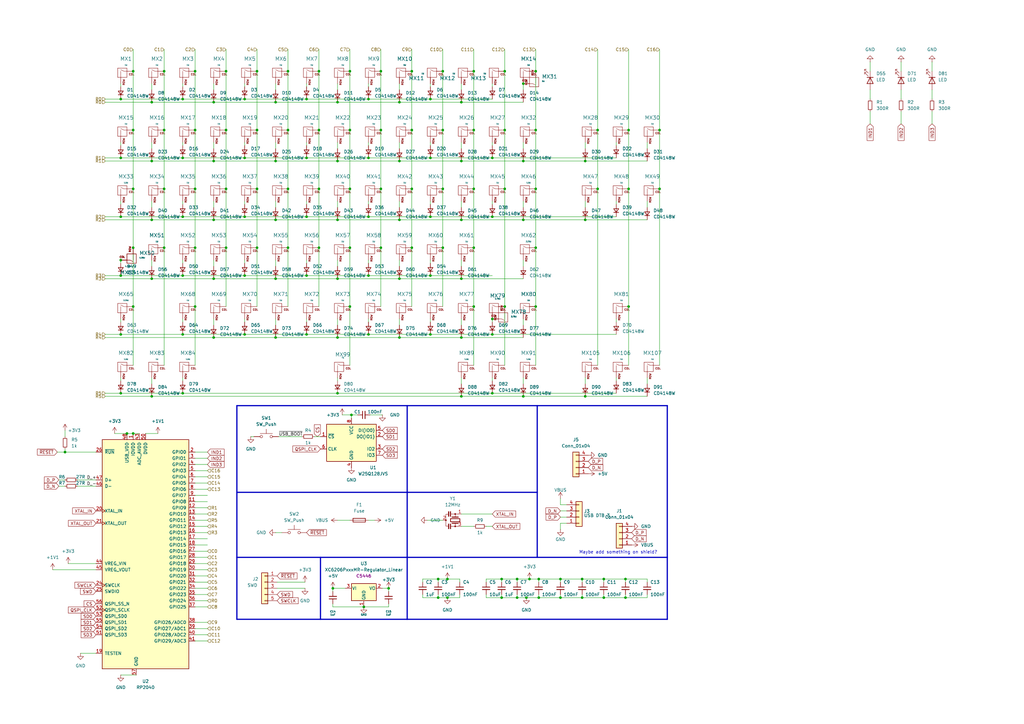
<source format=kicad_sch>
(kicad_sch (version 20231120) (generator "eeschema") (generator_version "8.0")
  (paper "A3")
  (junction (at 130.81 29.21))
  (junction (at 151.13 40.64))
  (junction (at 245.11 77.47))
  (junction (at 80.01 77.47))
  (junction (at 74.93 161.29))
  (junction (at 207.01 77.47))
  (junction (at 87.63 90.17))
  (junction (at 74.93 64.77))
  (junction (at 118.11 53.34))
  (junction (at 49.53 88.9))
  (junction (at 92.71 53.34))
  (junction (at 156.21 101.6))
  (junction (at 67.31 53.34))
  (junction (at 118.11 29.21))
  (junction (at 176.53 40.64))
  (junction (at 194.31 53.34))
  (junction (at 74.93 88.9))
  (junction (at 163.83 90.17))
  (junction (at 105.41 29.21))
  (junction (at 100.33 40.64))
  (junction (at 168.91 29.21))
  (junction (at 100.33 137.16))
  (junction (at 49.53 113.03))
  (junction (at 219.71 101.6))
  (junction (at 163.83 138.43))
  (junction (at 176.53 64.77))
  (junction (at 181.61 53.34))
  (junction (at 201.93 64.77))
  (junction (at 54.61 125.73))
  (junction (at 49.53 161.29))
  (junction (at 49.53 106.68))
  (junction (at 125.73 88.9))
  (junction (at 151.13 113.03))
  (junction (at 189.23 66.04))
  (junction (at 92.71 29.21))
  (junction (at 240.03 66.04))
  (junction (at 151.13 64.77))
  (junction (at 54.61 177.8))
  (junction (at 229.87 245.11))
  (junction (at 143.51 53.34))
  (junction (at 207.01 29.21))
  (junction (at 215.9 245.11))
  (junction (at 138.43 41.91))
  (junction (at 100.33 113.03))
  (junction (at 163.83 114.3))
  (junction (at 80.01 53.34))
  (junction (at 74.93 113.03))
  (junction (at 219.71 77.47))
  (junction (at 220.98 245.11))
  (junction (at 80.01 125.73))
  (junction (at 256.54 237.49))
  (junction (at 163.83 41.91))
  (junction (at 179.705 245.11))
  (junction (at 189.23 114.3))
  (junction (at 138.43 114.3))
  (junction (at 207.01 125.73))
  (junction (at 143.51 125.73))
  (junction (at 214.63 34.29))
  (junction (at 219.71 29.21))
  (junction (at 214.63 162.56))
  (junction (at 49.53 64.77))
  (junction (at 194.31 125.73))
  (junction (at 181.61 77.47))
  (junction (at 62.23 41.91))
  (junction (at 130.81 101.6))
  (junction (at 238.76 245.11))
  (junction (at 125.73 40.64))
  (junction (at 201.93 137.16))
  (junction (at 159.385 241.3) (diameter 0.9144))
  (junction (at 49.53 40.64))
  (junction (at 151.13 137.16))
  (junction (at 87.63 41.91))
  (junction (at 100.33 88.9))
  (junction (at 143.51 101.6))
  (junction (at 49.53 137.16))
  (junction (at 113.03 90.17))
  (junction (at 118.11 101.6))
  (junction (at 149.225 248.92) (diameter 0.9144))
  (junction (at 247.65 245.11))
  (junction (at 118.11 77.47))
  (junction (at 194.31 29.21))
  (junction (at 207.01 53.34))
  (junction (at 138.43 161.29))
  (junction (at 80.01 29.21))
  (junction (at 201.93 88.9))
  (junction (at 62.23 90.17))
  (junction (at 156.21 53.34))
  (junction (at 136.525 241.3) (diameter 0.9144))
  (junction (at 238.76 237.49))
  (junction (at 52.07 177.8))
  (junction (at 183.515 237.49))
  (junction (at 62.23 66.04))
  (junction (at 80.01 101.6))
  (junction (at 54.61 101.6))
  (junction (at 194.31 77.47))
  (junction (at 67.31 101.6))
  (junction (at 212.09 237.49))
  (junction (at 219.71 125.73))
  (junction (at 138.43 138.43))
  (junction (at 54.61 53.34))
  (junction (at 257.81 125.73))
  (junction (at 194.31 101.6))
  (junction (at 220.98 237.49))
  (junction (at 113.03 138.43))
  (junction (at 143.51 29.21))
  (junction (at 240.03 162.56))
  (junction (at 92.71 77.47))
  (junction (at 151.13 88.9))
  (junction (at 176.53 113.03))
  (junction (at 156.21 29.21))
  (junction (at 201.93 161.29))
  (junction (at 105.41 101.6))
  (junction (at 113.03 114.3))
  (junction (at 168.91 53.34))
  (junction (at 125.73 113.03))
  (junction (at 87.63 138.43))
  (junction (at 189.23 90.17))
  (junction (at 26.67 185.42))
  (junction (at 179.705 237.49))
  (junction (at 205.74 245.11))
  (junction (at 74.93 137.16))
  (junction (at 189.23 41.91))
  (junction (at 257.81 53.34))
  (junction (at 105.41 77.47))
  (junction (at 214.63 66.04))
  (junction (at 92.71 101.6))
  (junction (at 257.81 77.47))
  (junction (at 54.61 77.47))
  (junction (at 100.33 64.77))
  (junction (at 125.73 64.77))
  (junction (at 67.31 29.21))
  (junction (at 74.93 40.64))
  (junction (at 144.145 170.18))
  (junction (at 113.03 41.91))
  (junction (at 168.91 77.47))
  (junction (at 270.51 53.34))
  (junction (at 130.81 77.47))
  (junction (at 189.23 138.43))
  (junction (at 130.81 53.34))
  (junction (at 125.73 137.16))
  (junction (at 176.53 88.9))
  (junction (at 105.41 53.34))
  (junction (at 181.61 29.21))
  (junction (at 245.11 53.34))
  (junction (at 62.23 162.56))
  (junction (at 219.71 53.34))
  (junction (at 62.23 114.3))
  (junction (at 113.03 66.04))
  (junction (at 138.43 66.04))
  (junction (at 181.61 101.6))
  (junction (at 138.43 90.17))
  (junction (at 270.51 77.47))
  (junction (at 54.61 29.21))
  (junction (at 217.17 237.49))
  (junction (at 201.93 130.81))
  (junction (at 183.515 245.11))
  (junction (at 163.83 66.04))
  (junction (at 168.91 101.6))
  (junction (at 256.54 245.11))
  (junction (at 156.21 77.47))
  (junction (at 87.63 114.3))
  (junction (at 229.87 237.49))
  (junction (at 247.65 237.49))
  (junction (at 205.74 237.49))
  (junction (at 189.23 162.56))
  (junction (at 212.09 245.11))
  (junction (at 176.53 137.16))
  (junction (at 67.31 77.47))
  (junction (at 240.03 90.17))
  (junction (at 87.63 66.04))
  (junction (at 143.51 77.47))
  (junction (at 214.63 90.17))
  (wire (pts (xy 138.43 114.3) (xy 163.83 114.3)))
  (wire (pts (xy 168.91 29.21) (xy 168.91 53.34)))
  (wire (pts (xy 80.01 185.42) (xy 85.09 185.42)))
  (wire (pts (xy 151.13 130.81) (xy 151.13 132.08)))
  (wire (pts (xy 214.63 130.81) (xy 214.63 133.35)))
  (wire (pts (xy 156.21 29.21) (xy 156.21 53.34)))
  (wire (pts (xy 100.33 106.68) (xy 100.33 107.95)))
  (wire (pts (xy 125.73 40.64) (xy 151.13 40.64)))
  (wire (pts (xy 49.53 113.03) (xy 74.93 113.03)))
  (wire (pts (xy 229.87 237.49) (xy 229.87 238.76)))
  (wire (pts (xy 207.01 20.32) (xy 207.01 29.21)))
  (wire (pts (xy 49.53 154.94) (xy 49.53 156.21)))
  (wire (pts (xy 49.53 82.55) (xy 49.53 83.82)))
  (wire (pts (xy 80.01 228.6) (xy 85.09 228.6)))
  (wire (pts (xy 176.53 137.16) (xy 201.93 137.16)))
  (wire (pts (xy 214.63 90.17) (xy 240.03 90.17)))
  (wire (pts (xy 31.75 196.85) (xy 39.37 196.85)))
  (wire (pts (xy 247.65 237.49) (xy 247.65 238.76)))
  (wire (pts (xy 369.57 45.72) (xy 369.57 50.8)))
  (wire (pts (xy 256.54 245.11) (xy 256.54 243.84)))
  (wire (pts (xy 220.98 245.11) (xy 229.87 245.11)))
  (wire (pts (xy 220.98 237.49) (xy 220.98 238.76)))
  (wire (pts (xy 382.27 25.4) (xy 382.27 29.21)))
  (wire (pts (xy 369.57 36.83) (xy 369.57 40.64)))
  (wire (pts (xy 201.93 58.42) (xy 201.93 59.69)))
  (polyline (pts (xy 167.005 228.6) (xy 167.005 166.37)) (stroke (width 0.5) (type solid)))
  (wire (pts (xy 85.09 246.38) (xy 80.01 246.38)))
  (polyline (pts (xy 220.345 228.6) (xy 273.685 228.6)) (stroke (width 0.5) (type solid)))
  (wire (pts (xy 163.83 138.43) (xy 189.23 138.43)))
  (wire (pts (xy 85.09 255.27) (xy 80.01 255.27)))
  (wire (pts (xy 179.705 237.49) (xy 173.355 237.49)))
  (wire (pts (xy 199.39 215.9) (xy 201.93 215.9)))
  (wire (pts (xy 163.83 82.55) (xy 163.83 85.09)))
  (wire (pts (xy 189.23 138.43) (xy 214.63 138.43)))
  (wire (pts (xy 156.21 53.34) (xy 156.21 77.47)))
  (wire (pts (xy 189.23 34.29) (xy 189.23 36.83)))
  (wire (pts (xy 125.095 241.3) (xy 113.665 241.3)))
  (wire (pts (xy 201.93 64.77) (xy 252.73 64.77)))
  (wire (pts (xy 220.98 237.49) (xy 229.87 237.49)))
  (polyline (pts (xy 167.005 254) (xy 273.685 254)) (stroke (width 0.5) (type solid)))
  (wire (pts (xy 85.09 257.81) (xy 80.01 257.81)))
  (wire (pts (xy 92.71 29.21) (xy 92.71 53.34)))
  (wire (pts (xy 54.61 177.8) (xy 57.15 177.8)))
  (wire (pts (xy 80.01 190.5) (xy 85.09 190.5)))
  (wire (pts (xy 49.53 64.77) (xy 74.93 64.77)))
  (wire (pts (xy 138.43 41.91) (xy 163.83 41.91)))
  (wire (pts (xy 240.03 66.04) (xy 265.43 66.04)))
  (wire (pts (xy 87.63 138.43) (xy 113.03 138.43)))
  (wire (pts (xy 156.21 77.47) (xy 156.21 101.6)))
  (wire (pts (xy 113.665 238.76) (xy 125.095 238.76)))
  (wire (pts (xy 256.54 237.49) (xy 256.54 238.76)))
  (wire (pts (xy 214.63 82.55) (xy 214.63 85.09)))
  (wire (pts (xy 67.31 53.34) (xy 67.31 77.47)))
  (wire (pts (xy 80.01 223.52) (xy 85.09 223.52)))
  (wire (pts (xy 252.73 130.81) (xy 252.73 132.08)))
  (wire (pts (xy 168.91 77.47) (xy 168.91 101.6)))
  (wire (pts (xy 265.43 82.55) (xy 265.43 85.09)))
  (wire (pts (xy 49.53 88.9) (xy 74.93 88.9)))
  (wire (pts (xy 80.01 220.98) (xy 85.09 220.98)))
  (wire (pts (xy 265.43 58.42) (xy 265.43 60.96)))
  (wire (pts (xy 74.93 58.42) (xy 74.93 59.69)))
  (wire (pts (xy 151.13 137.16) (xy 176.53 137.16)))
  (wire (pts (xy 143.51 101.6) (xy 143.51 125.73)))
  (wire (pts (xy 80.01 20.32) (xy 80.01 29.21)))
  (wire (pts (xy 80.01 210.82) (xy 85.09 210.82)))
  (wire (pts (xy 214.63 154.94) (xy 214.63 157.48)))
  (wire (pts (xy 130.81 29.21) (xy 130.81 53.34)))
  (wire (pts (xy 265.43 245.11) (xy 265.43 243.84)))
  (wire (pts (xy 201.93 137.16) (xy 252.73 137.16)))
  (wire (pts (xy 80.01 218.44) (xy 85.09 218.44)))
  (wire (pts (xy 74.93 34.29) (xy 74.93 35.56)))
  (wire (pts (xy 143.51 29.21) (xy 143.51 53.34)))
  (wire (pts (xy 163.83 34.29) (xy 163.83 36.83)))
  (wire (pts (xy 80.01 53.34) (xy 80.01 77.47)))
  (wire (pts (xy 159.385 247.65) (xy 159.385 248.92)))
  (wire (pts (xy 214.63 106.68) (xy 214.63 109.22)))
  (wire (pts (xy 52.07 177.8) (xy 54.61 177.8)))
  (wire (pts (xy 214.63 34.29) (xy 214.63 36.83)))
  (wire (pts (xy 138.43 154.94) (xy 138.43 156.21)))
  (wire (pts (xy 118.11 29.21) (xy 118.11 53.34)))
  (wire (pts (xy 74.93 113.03) (xy 100.33 113.03)))
  (wire (pts (xy 356.87 45.72) (xy 356.87 50.8)))
  (wire (pts (xy 80.01 208.28) (xy 85.09 208.28)))
  (polyline (pts (xy 167.005 166.37) (xy 220.345 166.37)) (stroke (width 0.5) (type solid)))
  (wire (pts (xy 49.53 40.64) (xy 74.93 40.64)))
  (wire (pts (xy 179.705 243.84) (xy 179.705 245.11)))
  (wire (pts (xy 125.73 58.42) (xy 125.73 59.69)))
  (wire (pts (xy 43.18 162.56) (xy 62.23 162.56)))
  (wire (pts (xy 163.83 58.42) (xy 163.83 60.96)))
  (wire (pts (xy 163.83 106.68) (xy 163.83 109.22)))
  (wire (pts (xy 256.54 237.49) (xy 265.43 237.49)))
  (wire (pts (xy 67.31 20.32) (xy 67.31 29.21)))
  (wire (pts (xy 74.93 88.9) (xy 100.33 88.9)))
  (wire (pts (xy 49.53 106.68) (xy 49.53 107.95)))
  (wire (pts (xy 247.65 237.49) (xy 256.54 237.49)))
  (wire (pts (xy 219.71 29.21) (xy 219.71 53.34)))
  (wire (pts (xy 74.93 130.81) (xy 74.93 132.08)))
  (wire (pts (xy 219.71 53.34) (xy 219.71 77.47)))
  (wire (pts (xy 87.63 114.3) (xy 113.03 114.3)))
  (wire (pts (xy 229.87 209.55) (xy 232.41 209.55)))
  (wire (pts (xy 46.99 177.8) (xy 52.07 177.8)))
  (wire (pts (xy 100.33 58.42) (xy 100.33 59.69)))
  (wire (pts (xy 118.11 20.32) (xy 118.11 29.21)))
  (wire (pts (xy 43.18 64.77) (xy 49.53 64.77)))
  (polyline (pts (xy 97.155 254) (xy 167.005 254)) (stroke (width 0.5) (type solid)))
  (wire (pts (xy 176.53 113.03) (xy 201.93 113.03)))
  (wire (pts (xy 125.73 106.68) (xy 125.73 107.95)))
  (polyline (pts (xy 97.155 228.6) (xy 167.005 228.6)) (stroke (width 0.5) (type solid)))
  (wire (pts (xy 43.18 137.16) (xy 49.53 137.16)))
  (wire (pts (xy 80.01 213.36) (xy 85.09 213.36)))
  (wire (pts (xy 80.01 187.96) (xy 85.09 187.96)))
  (wire (pts (xy 240.03 154.94) (xy 240.03 157.48)))
  (wire (pts (xy 194.31 29.21) (xy 194.31 53.34)))
  (wire (pts (xy 247.65 245.11) (xy 256.54 245.11)))
  (wire (pts (xy 183.515 245.11) (xy 188.595 245.11)))
  (wire (pts (xy 176.53 88.9) (xy 201.93 88.9)))
  (wire (pts (xy 125.73 88.9) (xy 151.13 88.9)))
  (wire (pts (xy 207.01 77.47) (xy 207.01 125.73)))
  (wire (pts (xy 100.33 113.03) (xy 125.73 113.03)))
  (wire (pts (xy 201.93 161.29) (xy 252.73 161.29)))
  (wire (pts (xy 100.33 64.77) (xy 125.73 64.77)))
  (wire (pts (xy 181.61 29.21) (xy 181.61 53.34)))
  (wire (pts (xy 189.23 210.82) (xy 201.93 210.82)))
  (wire (pts (xy 189.23 58.42) (xy 189.23 60.96)))
  (wire (pts (xy 138.43 138.43) (xy 163.83 138.43)))
  (wire (pts (xy 229.87 245.11) (xy 238.76 245.11)))
  (wire (pts (xy 113.03 106.68) (xy 113.03 109.22)))
  (wire (pts (xy 199.39 243.84) (xy 199.39 245.11)))
  (wire (pts (xy 85.09 262.89) (xy 80.01 262.89)))
  (wire (pts (xy 80.01 200.66) (xy 85.09 200.66)))
  (wire (pts (xy 229.87 245.11) (xy 229.87 243.84)))
  (wire (pts (xy 74.93 64.77) (xy 100.33 64.77)))
  (wire (pts (xy 201.93 154.94) (xy 201.93 156.21)))
  (wire (pts (xy 265.43 237.49) (xy 265.43 238.76)))
  (wire (pts (xy 54.61 20.32) (xy 54.61 29.21)))
  (wire (pts (xy 125.73 64.77) (xy 151.13 64.77)))
  (wire (pts (xy 219.71 77.47) (xy 219.71 101.6)))
  (wire (pts (xy 217.17 237.49) (xy 220.98 237.49)))
  (wire (pts (xy 87.63 66.04) (xy 113.03 66.04)))
  (wire (pts (xy 163.83 41.91) (xy 189.23 41.91)))
  (wire (pts (xy 80.01 203.2) (xy 85.09 203.2)))
  (wire (pts (xy 240.03 82.55) (xy 240.03 85.09)))
  (wire (pts (xy 219.71 101.6) (xy 219.71 125.73)))
  (wire (pts (xy 382.27 45.72) (xy 382.27 50.8)))
  (wire (pts (xy 130.81 53.34) (xy 130.81 77.47)))
  (wire (pts (xy 26.67 185.42) (xy 39.37 185.42)))
  (wire (pts (xy 113.03 90.17) (xy 138.43 90.17)))
  (wire (pts (xy 179.705 237.49) (xy 179.705 238.76)))
  (wire (pts (xy 100.33 130.81) (xy 100.33 132.08)))
  (wire (pts (xy 194.31 77.47) (xy 194.31 101.6)))
  (wire (pts (xy 113.03 34.29) (xy 113.03 36.83)))
  (polyline (pts (xy 273.685 254) (xy 273.685 228.6)) (stroke (width 0.5) (type solid)))
  (wire (pts (xy 189.23 215.9) (xy 194.31 215.9)))
  (wire (pts (xy 238.76 237.49) (xy 238.76 238.76)))
  (wire (pts (xy 27.94 231.14) (xy 39.37 231.14)))
  (wire (pts (xy 125.73 113.03) (xy 151.13 113.03)))
  (wire (pts (xy 138.43 130.81) (xy 138.43 133.35)))
  (wire (pts (xy 138.43 34.29) (xy 138.43 36.83)))
  (wire (pts (xy 194.31 125.73) (xy 194.31 149.86)))
  (wire (pts (xy 240.03 58.42) (xy 240.03 60.96)))
  (wire (pts (xy 80.01 198.12) (xy 85.09 198.12)))
  (wire (pts (xy 92.71 53.34) (xy 92.71 77.47)))
  (wire (pts (xy 130.81 77.47) (xy 130.81 101.6)))
  (wire (pts (xy 156.21 101.6) (xy 156.21 125.73)))
  (wire (pts (xy 163.83 130.81) (xy 163.83 133.35)))
  (wire (pts (xy 62.23 58.42) (xy 62.23 60.96)))
  (wire (pts (xy 179.705 245.11) (xy 183.515 245.11)))
  (wire (pts (xy 229.87 207.01) (xy 232.41 207.01)))
  (wire (pts (xy 80.01 29.21) (xy 80.01 53.34)))
  (wire (pts (xy 80.01 233.68) (xy 85.09 233.68)))
  (wire (pts (xy 151.13 34.29) (xy 151.13 35.56)))
  (wire (pts (xy 100.33 40.64) (xy 125.73 40.64)))
  (wire (pts (xy 181.61 53.34) (xy 181.61 77.47)))
  (wire (pts (xy 189.23 130.81) (xy 189.23 133.35)))
  (polyline (pts (xy 97.155 201.93) (xy 167.005 201.93)) (stroke (width 0.5) (type solid)))
  (wire (pts (xy 189.23 90.17) (xy 214.63 90.17)))
  (wire (pts (xy 74.93 40.64) (xy 100.33 40.64)))
  (wire (pts (xy 92.71 77.47) (xy 92.71 101.6)))
  (wire (pts (xy 125.73 34.29) (xy 125.73 35.56)))
  (wire (pts (xy 113.03 41.91) (xy 138.43 41.91)))
  (wire (pts (xy 118.11 77.47) (xy 118.11 101.6)))
  (wire (pts (xy 207.01 53.34) (xy 207.01 77.47)))
  (wire (pts (xy 194.31 53.34) (xy 194.31 77.47)))
  (wire (pts (xy 194.31 101.6) (xy 194.31 125.73)))
  (wire (pts (xy 31.75 199.39) (xy 39.37 199.39)))
  (wire (pts (xy 74.93 154.94) (xy 74.93 156.21)))
  (wire (pts (xy 176.53 58.42) (xy 176.53 59.69)))
  (wire (pts (xy 138.43 213.36) (xy 143.51 213.36)))
  (wire (pts (xy 238.76 237.49) (xy 247.65 237.49)))
  (wire (pts (xy 229.87 212.09) (xy 232.41 212.09)))
  (wire (pts (xy 205.74 245.11) (xy 212.09 245.11)))
  (wire (pts (xy 114.3 179.07) (xy 123.825 179.07)))
  (wire (pts (xy 49.53 137.16) (xy 74.93 137.16)))
  (wire (pts (xy 26.67 176.53) (xy 26.67 179.07)))
  (wire (pts (xy 176.53 106.68) (xy 176.53 107.95)))
  (wire (pts (xy 80.01 226.06) (xy 85.09 226.06)))
  (wire (pts (xy 105.41 77.47) (xy 105.41 101.6)))
  (wire (pts (xy 26.67 184.15) (xy 26.67 185.42)))
  (wire (pts (xy 85.09 238.76) (xy 80.01 238.76)))
  (wire (pts (xy 62.23 66.04) (xy 87.63 66.04)))
  (wire (pts (xy 125.73 137.16) (xy 151.13 137.16)))
  (wire (pts (xy 214.63 58.42) (xy 214.63 60.96)))
  (wire (pts (xy 247.65 243.84) (xy 247.65 245.11)))
  (wire (pts (xy 176.53 34.29) (xy 176.53 35.56)))
  (wire (pts (xy 87.63 130.81) (xy 87.63 133.35)))
  (wire (pts (xy 24.13 196.85) (xy 26.67 196.85)))
  (wire (pts (xy 43.18 161.29) (xy 49.53 161.29)))
  (wire (pts (xy 80.01 231.14) (xy 85.09 231.14)))
  (wire (pts (xy 39.37 233.68) (xy 21.59 233.68)))
  (wire (pts (xy 136.525 241.3) (xy 141.605 241.3)))
  (wire (pts (xy 62.23 34.29) (xy 62.23 36.83)))
  (wire (pts (xy 189.23 82.55) (xy 189.23 85.09)))
  (wire (pts (xy 54.61 53.34) (xy 54.61 77.47)))
  (wire (pts (xy 54.61 77.47) (xy 54.61 101.6)))
  (wire (pts (xy 130.81 20.32) (xy 130.81 29.21)))
  (wire (pts (xy 85.09 236.22) (xy 80.01 236.22)))
  (wire (pts (xy 176.53 130.81) (xy 176.53 132.08)))
  (wire (pts (xy 212.09 245.11) (xy 215.9 245.11)))
  (wire (pts (xy 181.61 101.6) (xy 181.61 125.73)))
  (wire (pts (xy 212.09 237.49) (xy 212.09 238.76)))
  (wire (pts (xy 87.63 41.91) (xy 113.03 41.91)))
  (wire (pts (xy 238.76 243.84) (xy 238.76 245.11)))
  (wire (pts (xy 205.74 243.84) (xy 205.74 245.11)))
  (wire (pts (xy 130.81 101.6) (xy 130.81 125.73)))
  (wire (pts (xy 128.905 179.07) (xy 131.445 179.07)))
  (wire (pts (xy 105.41 53.34) (xy 105.41 77.47)))
  (wire (pts (xy 212.09 237.49) (xy 217.17 237.49)))
  (wire (pts (xy 159.385 241.3) (xy 159.385 242.57)))
  (wire (pts (xy 232.41 214.63) (xy 229.87 214.63)))
  (wire (pts (xy 87.63 90.17) (xy 113.03 90.17)))
  (wire (pts (xy 80.01 193.04) (xy 85.09 193.04)))
  (wire (pts (xy 80.01 77.47) (xy 80.01 101.6)))
  (wire (pts (xy 201.93 34.29) (xy 201.93 35.56)))
  (wire (pts (xy 168.91 101.6) (xy 168.91 125.73)))
  (wire (pts (xy 151.13 58.42) (xy 151.13 59.69)))
  (wire (pts (xy 188.595 237.49) (xy 188.595 238.76)))
  (wire (pts (xy 87.63 82.55) (xy 87.63 85.09)))
  (wire (pts (xy 143.51 53.34) (xy 143.51 77.47)))
  (wire (pts (xy 62.23 114.3) (xy 87.63 114.3)))
  (wire (pts (xy 369.57 25.4) (xy 369.57 29.21)))
  (wire (pts (xy 49.53 58.42) (xy 49.53 59.69)))
  (wire (pts (xy 67.31 77.47) (xy 67.31 101.6)))
  (wire (pts (xy 252.73 154.94) (xy 252.73 156.21)))
  (wire (pts (xy 62.23 82.55) (xy 62.23 85.09)))
  (wire (pts (xy 136.525 247.65) (xy 136.525 248.92)))
  (wire (pts (xy 173.355 243.84) (xy 173.355 245.11)))
  (wire (pts (xy 92.71 20.32) (xy 92.71 29.21)))
  (wire (pts (xy 87.63 106.68) (xy 87.63 109.22)))
  (wire (pts (xy 163.83 90.17) (xy 189.23 90.17)))
  (wire (pts (xy 138.43 90.17) (xy 163.83 90.17)))
  (wire (pts (xy 181.61 20.32) (xy 181.61 29.21)))
  (wire (pts (xy 113.03 82.55) (xy 113.03 85.09)))
  (wire (pts (xy 382.27 36.83) (xy 382.27 40.64)))
  (wire (pts (xy 140.335 170.18) (xy 144.145 170.18)))
  (wire (pts (xy 54.61 101.6) (xy 54.61 125.73)))
  (polyline (pts (xy 220.345 166.37) (xy 273.685 166.37)) (stroke (width 0.5) (type solid)))
  (wire (pts (xy 49.53 34.29) (xy 49.53 35.56)))
  (wire (pts (xy 54.61 125.73) (xy 54.61 149.86)))
  (wire (pts (xy 189.23 162.56) (xy 214.63 162.56)))
  (wire (pts (xy 151.765 170.18) (xy 156.845 170.18)))
  (wire (pts (xy 138.43 66.04) (xy 163.83 66.04)))
  (wire (pts (xy 33.02 267.97) (xy 39.37 267.97)))
  (polyline (pts (xy 167.005 228.6) (xy 220.345 228.6)) (stroke (width 0.5) (type solid)))
  (polyline (pts (xy 167.005 201.93) (xy 220.345 201.93)) (stroke (width 0.5) (type solid)))
  (wire (pts (xy 270.51 20.32) (xy 270.51 53.34)))
  (wire (pts (xy 149.225 248.92) (xy 159.385 248.92)))
  (wire (pts (xy 49.53 161.29) (xy 74.93 161.29)))
  (wire (pts (xy 168.91 53.34) (xy 168.91 77.47)))
  (wire (pts (xy 189.23 106.68) (xy 189.23 109.22)))
  (wire (pts (xy 67.31 29.21) (xy 67.31 53.34)))
  (wire (pts (xy 143.51 77.47) (xy 143.51 101.6)))
  (wire (pts (xy 105.41 101.6) (xy 105.41 125.73)))
  (wire (pts (xy 118.11 101.6) (xy 118.11 125.73)))
  (wire (pts (xy 270.51 77.47) (xy 270.51 149.86)))
  (wire (pts (xy 175.26 213.36) (xy 181.61 213.36)))
  (wire (pts (xy 113.03 114.3) (xy 138.43 114.3)))
  (wire (pts (xy 80.01 101.6) (xy 80.01 125.73)))
  (wire (pts (xy 43.18 41.91) (xy 62.23 41.91)))
  (polyline (pts (xy 131.445 254) (xy 131.445 228.6)) (stroke (width 0.5) (type solid)))
  (wire (pts (xy 220.98 245.11) (xy 220.98 243.84)))
  (wire (pts (xy 100.33 82.55) (xy 100.33 83.82)))
  (wire (pts (xy 138.43 82.55) (xy 138.43 85.09)))
  (wire (pts (xy 189.23 114.3) (xy 214.63 114.3)))
  (wire (pts (xy 85.09 248.92) (xy 80.01 248.92)))
  (wire (pts (xy 62.23 154.94) (xy 62.23 157.48)))
  (wire (pts (xy 49.53 276.86) (xy 55.88 276.86)))
  (wire (pts (xy 113.03 138.43) (xy 138.43 138.43)))
  (wire (pts (xy 205.74 237.49) (xy 205.74 238.76)))
  (wire (pts (xy 189.23 66.04) (xy 214.63 66.04)))
  (wire (pts (xy 43.18 138.43) (xy 87.63 138.43)))
  (wire (pts (xy 100.33 137.16) (xy 125.73 137.16)))
  (wire (pts (xy 219.71 20.32) (xy 219.71 29.21)))
  (wire (pts (xy 138.43 161.29) (xy 201.93 161.29)))
  (wire (pts (xy 229.87 204.47) (xy 229.87 207.01)))
  (wire (pts (xy 43.18 114.3) (xy 62.23 114.3)))
  (wire (pts (xy 176.53 64.77) (xy 201.93 64.77)))
  (polyline (pts (xy 97.155 254) (xy 97.155 228.6)) (stroke (width 0.5) (type solid)))
  (wire (pts (xy 151.13 106.68) (xy 151.13 107.95)))
  (wire (pts (xy 163.83 66.04) (xy 189.23 66.04)))
  (wire (pts (xy 24.13 199.39) (xy 26.67 199.39)))
  (wire (pts (xy 173.355 245.11) (xy 179.705 245.11)))
  (wire (pts (xy 215.9 245.11) (xy 220.98 245.11)))
  (wire (pts (xy 356.87 25.4) (xy 356.87 29.21)))
  (wire (pts (xy 207.01 29.21) (xy 207.01 53.34)))
  (wire (pts (xy 181.61 77.47) (xy 181.61 101.6)))
  (wire (pts (xy 85.09 241.3) (xy 80.01 241.3)))
  (wire (pts (xy 252.73 82.55) (xy 252.73 83.82)))
  (wire (pts (xy 23.495 185.42) (xy 26.67 185.42)))
  (wire (pts (xy 176.53 82.55) (xy 176.53 83.82)))
  (wire (pts (xy 214.63 162.56) (xy 240.03 162.56)))
  (wire (pts (xy 43.18 88.9) (xy 49.53 88.9)))
  (wire (pts (xy 212.09 243.84) (xy 212.09 245.11)))
  (polyline (pts (xy 167.005 254) (xy 167.005 228.6)) (stroke (width 0.5) (type solid)))
  (wire (pts (xy 238.76 245.11) (xy 247.65 245.11)))
  (wire (pts (xy 80.01 125.73) (xy 80.01 149.86)))
  (wire (pts (xy 214.63 66.04) (xy 240.03 66.04)))
  (wire (pts (xy 92.71 101.6) (xy 92.71 125.73)))
  (wire (pts (xy 151.13 113.03) (xy 176.53 113.03)))
  (wire (pts (xy 201.93 88.9) (xy 252.73 88.9)))
  (wire (pts (xy 229.87 214.63) (xy 229.87 217.17)))
  (wire (pts (xy 151.13 82.55) (xy 151.13 83.82)))
  (wire (pts (xy 113.03 130.81) (xy 113.03 133.35)))
  (wire (pts (xy 252.73 58.42) (xy 252.73 59.69)))
  (wire (pts (xy 168.91 20.32) (xy 168.91 29.21)))
  (wire (pts (xy 189.23 41.91) (xy 214.63 41.91)))
  (wire (pts (xy 113.03 58.42) (xy 113.03 60.96)))
  (wire (pts (xy 245.11 77.47) (xy 245.11 149.86)))
  (wire (pts (xy 163.83 114.3) (xy 189.23 114.3)))
  (wire (pts (xy 43.18 66.04) (xy 62.23 66.04)))
  (wire (pts (xy 257.81 53.34) (xy 257.81 77.47)))
  (wire (pts (xy 229.87 237.49) (xy 238.76 237.49)))
  (wire (pts (xy 356.87 36.83) (xy 356.87 40.64)))
  (wire (pts (xy 143.51 125.73) (xy 143.51 149.86)))
  (wire (pts (xy 87.63 58.42) (xy 87.63 60.96)))
  (wire (pts (xy 173.355 237.49) (xy 173.355 238.76)))
  (wire (pts (xy 245.11 20.32) (xy 245.11 53.34)))
  (wire (pts (xy 199.39 238.76) (xy 199.39 237.49)))
  (wire (pts (xy 240.03 162.56) (xy 265.43 162.56)))
  (wire (pts (xy 62.23 106.68) (xy 62.23 109.22)))
  (wire (pts (xy 240.03 90.17) (xy 265.43 90.17)))
  (polyline (pts (xy 97.155 166.37) (xy 167.005 166.37)) (stroke (width 0.5) (type solid)))
  (wire (pts (xy 144.145 170.18) (xy 144.145 171.45)))
  (wire (pts (xy 85.09 243.84) (xy 80.01 243.84)))
  (wire (pts (xy 194.31 20.32) (xy 194.31 29.21)))
  (wire (pts (xy 183.515 237.49) (xy 188.595 237.49)))
  (wire (pts (xy 67.31 101.6) (xy 67.31 149.86)))
  (wire (pts (xy 219.71 125.73) (xy 219.71 149.86)))
  (wire (pts (xy 102.87 179.07) (xy 104.14 179.07)))
  (wire (pts (xy 43.18 90.17) (xy 62.23 90.17)))
  (wire (pts (xy 151.13 40.64) (xy 176.53 40.64)))
  (wire (pts (xy 151.13 88.9) (xy 176.53 88.9)))
  (wire (pts (xy 43.18 40.64) (xy 49.53 40.64)))
  (wire (pts (xy 156.21 20.32) (xy 156.21 29.21)))
  (wire (pts (xy 199.39 245.11) (xy 205.74 245.11)))
  (polyline (pts (xy 97.155 228.6) (xy 97.155 166.37)) (stroke (width 0.5) (type solid)))
  (wire (pts (xy 62.23 41.91) (xy 87.63 41.91)))
  (wire (pts (xy 144.145 170.18) (xy 146.685 170.18)))
  (wire (pts (xy 138.43 58.42) (xy 138.43 60.96)))
  (wire (pts (xy 100.33 34.29) (xy 100.33 35.56)))
  (wire (pts (xy 257.81 20.32) (xy 257.81 53.34)))
  (wire (pts (xy 151.13 64.77) (xy 176.53 64.77)))
  (wire (pts (xy 74.93 106.68) (xy 74.93 107.95)))
  (wire (pts (xy 201.93 130.81) (xy 201.93 132.08)))
  (wire (pts (xy 105.41 29.21) (xy 105.41 53.34)))
  (wire (pts (xy 74.93 137.16) (xy 100.33 137.16)))
  (wire (pts (xy 257.81 125.73) (xy 257.81 149.86)))
  (wire (pts (xy 188.595 245.11) (xy 188.595 243.84)))
  (wire (pts (xy 265.43 154.94) (xy 265.43 157.48)))
  (wire (pts (xy 151.13 213.36) (xy 153.67 213.36)))
  (wire (pts (xy 125.73 130.81) (xy 125.73 132.08)))
  (wire (pts (xy 199.39 237.49) (xy 205.74 237.49)))
  (wire (pts (xy 136.525 241.3) (xy 136.525 242.57)))
  (wire (pts (xy 113.03 218.44) (xy 115.57 218.44)))
  (wire (pts (xy 207.01 125.73) (xy 207.01 149.86)))
  (wire (pts (xy 118.11 53.34) (xy 118.11 77.47)))
  (wire (pts (xy 143.51 20.32) (xy 143.51 29.21)))
  (wire (pts (xy 85.09 260.35) (xy 80.01 260.35)))
  (wire (pts (xy 87.63 34.29) (xy 87.63 36.83)))
  (wire (pts (xy 54.61 29.21) (xy 54.61 53.34)))
  (wire (pts (xy 80.01 195.58) (xy 85.09 195.58)))
  (wire (pts (xy 113.03 66.04) (xy 138.43 66.04)))
  (wire (pts (xy 189.23 154.94) (xy 189.23 157.48)))
  (wire (pts (xy 245.11 53.34) (xy 245.11 77.47)))
  (wire (pts (xy 201.93 82.55) (xy 201.93 83.82)))
  (wire (pts (xy 74.93 82.55) (xy 74.93 83.82)))
  (polyline (pts (xy 220.345 166.37) (xy 220.345 228.6)) (stroke (width 0.5) (type solid)))
  (wire (pts (xy 80.01 215.9) (xy 85.09 215.9)))
  (wire (pts (xy 105.41 20.32) (xy 105.41 29.21)))
  (wire (pts (xy 125.73 82.55) (xy 125.73 83.82)))
  (wire (pts (xy 74.93 161.29) (xy 138.43 161.29)))
  (wire (pts (xy 80.01 205.74) (xy 85.09 205.74)))
  (wire (pts (xy 156.845 241.3) (xy 159.385 241.3)))
  (wire (pts (xy 257.81 77.47) (xy 257.81 125.73)))
  (wire (pts (xy 49.53 130.81) (xy 49.53 132.08)))
  (wire (pts (xy 62.23 90.17) (xy 87.63 90.17)))
  (wire (pts (xy 59.69 177.8) (xy 64.77 177.8)))
  (wire (pts (xy 256.54 245.11) (xy 265.43 245.11)))
  (wire (pts (xy 62.23 162.56) (xy 189.23 162.56)))
  (wire (pts (xy 100.33 88.9) (xy 125.73 88.9)))
  (wire (pts (xy 149.225 248.92) (xy 136.525 248.92)))
  (wire (pts (xy 212.09 237.49) (xy 205.74 237.49)))
  (wire (pts (xy 270.51 53.34) (xy 270.51 77.47)))
  (polyline (pts (xy 273.685 228.6) (xy 273.685 166.37)) (stroke (width 0.5) (type solid)))
  (wire (pts (xy 176.53 40.64) (xy 201.93 40.64)))
  (wire (pts (xy 138.43 106.68) (xy 138.43 109.22)))
  (wire (pts (xy 183.515 237.49) (xy 179.705 237.49)))
  (wire (pts (xy 43.18 113.03) (xy 49.53 113.03)))
  (text "Maybe add something on shield?" (at 237.49 227.33 0) (effects (font (size 1.27 1.27)) (justify left bottom)))
  (label "~{USB_BOOT}" (at 114.3 179.07 0))
  (label "D_-" (at 35.56 199.39 0))
  (label "D_+" (at 35.56 196.85 0))
  (global_label "CS" (shape input) (at 39.37 247.65 180) (property "Intersheetrefs" "${INTERSHEET_REFS}" (effects (hide yes))))
  (global_label "~{RESET}" (shape input) (at 23.495 185.42 180) (property "Intersheetrefs" "${INTERSHEET_REFS}" (effects (hide yes))))
  (global_label "SD2" (shape input) (at 39.37 257.81 180) (property "Intersheetrefs" "${INTERSHEET_REFS}" (effects (hide yes))))
  (global_label "~{RESET}" (shape input) (at 113.665 236.22 0) (property "Intersheetrefs" "${INTERSHEET_REFS}" (effects (hide yes))))
  (global_label "SWD" (shape input) (at 39.37 242.57 180) (property "Intersheetrefs" "${INTERSHEET_REFS}" (effects (hide yes))))
  (global_label "XTAL_OUT" (shape input) (at 39.37 214.63 180) (property "Intersheetrefs" "${INTERSHEET_REFS}" (effects (hide yes))))
  (global_label "XTAL_OUT" (shape input) (at 201.93 215.9 0) (property "Intersheetrefs" "${INTERSHEET_REFS}" (effects (hide yes))))
  (global_label "IND1" (shape input) (at 85.09 185.42 0) (property "Intersheetrefs" "${INTERSHEET_REFS}" (effects (hide yes))))
  (global_label "D_N" (shape input) (at 241.3 191.77 0) (property "Intersheetrefs" "${INTERSHEET_REFS}" (effects (hide yes))))
  (global_label "IND3" (shape input) (at 382.27 50.8 270) (property "Intersheetrefs" "${INTERSHEET_REFS}" (effects (hide yes))))
  (global_label "SD3" (shape input) (at 156.845 186.69 0) (property "Intersheetrefs" "${INTERSHEET_REFS}" (effects (hide yes))))
  (global_label "~{RESET}" (shape input) (at 125.73 218.44 0) (property "Intersheetrefs" "${INTERSHEET_REFS}" (effects (hide yes))))
  (global_label "SWCLK" (shape input) (at 39.37 240.03 180) (property "Intersheetrefs" "${INTERSHEET_REFS}" (effects (hide yes))))
  (global_label "SD1" (shape input) (at 39.37 255.27 180) (property "Intersheetrefs" "${INTERSHEET_REFS}" (effects (hide yes))))
  (global_label "SD2" (shape input) (at 156.845 184.15 0) (property "Intersheetrefs" "${INTERSHEET_REFS}" (effects (hide yes))))
  (global_label "SD3" (shape input) (at 39.37 260.35 180) (property "Intersheetrefs" "${INTERSHEET_REFS}" (effects (hide yes))))
  (global_label "IND2" (shape input) (at 369.57 50.8 270) (property "Intersheetrefs" "${INTERSHEET_REFS}" (effects (hide yes))))
  (global_label "D_N" (shape input) (at 229.87 209.55 180) (property "Intersheetrefs" "${INTERSHEET_REFS}" (effects (hide yes))))
  (global_label "D_N" (shape input) (at 24.13 199.39 180) (property "Intersheetrefs" "${INTERSHEET_REFS}" (effects (hide yes))))
  (global_label "D_P" (shape input) (at 229.87 212.09 180) (property "Intersheetrefs" "${INTERSHEET_REFS}" (effects (hide yes))))
  (global_label "IND3" (shape input) (at 85.09 190.5 0) (property "Intersheetrefs" "${INTERSHEET_REFS}" (effects (hide yes))))
  (global_label "D_P" (shape input) (at 259.08 218.44 0) (property "Intersheetrefs" "${INTERSHEET_REFS}" (effects (hide yes))))
  (global_label "XTAL_IN" (shape input) (at 39.37 209.55 180) (property "Intersheetrefs" "${INTERSHEET_REFS}" (effects (hide yes))))
  (global_label "SD1" (shape input) (at 156.845 179.07 0) (property "Intersheetrefs" "${INTERSHEET_REFS}" (effects (hide yes))))
  (global_label "IND1" (shape input) (at 356.87 50.8 270) (property "Intersheetrefs" "${INTERSHEET_REFS}" (effects (hide yes))))
  (global_label "D_N" (shape input) (at 259.08 220.98 0) (property "Intersheetrefs" "${INTERSHEET_REFS}" (effects (hide yes))))
  (global_label "QSPI_CLK" (shape input) (at 39.37 250.19 180) (property "Intersheetrefs" "${INTERSHEET_REFS}" (effects (hide yes))))
  (global_label "CS" (shape input) (at 130.175 179.07 90) (property "Intersheetrefs" "${INTERSHEET_REFS}" (effects (hide yes))))
  (global_label "D_P" (shape input) (at 24.13 196.85 180) (property "Intersheetrefs" "${INTERSHEET_REFS}" (effects (hide yes))))
  (global_label "SWCLK" (shape input) (at 113.665 246.38 0) (property "Intersheetrefs" "${INTERSHEET_REFS}" (effects (hide yes))))
  (global_label "XTAL_IN" (shape input) (at 201.93 210.82 0) (property "Intersheetrefs" "${INTERSHEET_REFS}" (effects (hide yes))))
  (global_label "SD0" (shape input) (at 156.845 176.53 0) (property "Intersheetrefs" "${INTERSHEET_REFS}" (effects (hide yes))))
  (global_label "SWD" (shape input) (at 113.665 243.84 0) (property "Intersheetrefs" "${INTERSHEET_REFS}" (effects (hide yes))))
  (global_label "SD0" (shape input) (at 39.37 252.73 180) (property "Intersheetrefs" "${INTERSHEET_REFS}" (effects (hide yes))))
  (global_label "D_P" (shape input) (at 241.3 189.23 0) (property "Intersheetrefs" "${INTERSHEET_REFS}" (effects (hide yes))))
  (global_label "QSPI_CLK" (shape input) (at 131.445 184.15 180) (property "Intersheetrefs" "${INTERSHEET_REFS}" (effects (hide yes))))
  (global_label "IND2" (shape input) (at 85.09 187.96 0) (property "Intersheetrefs" "${INTERSHEET_REFS}" (effects (hide yes))))
  (hierarchical_label "C2" (shape input) (at 80.01 20.32 180))
  (hierarchical_label "C6" (shape input) (at 130.81 20.32 180))
  (hierarchical_label "C7" (shape input) (at 85.09 243.84 0))
  (hierarchical_label "C2" (shape input) (at 85.09 231.14 0))
  (hierarchical_label "R3" (shape input) (at 43.18 113.03 180))
  (hierarchical_label "R4" (shape input) (at 43.18 138.43 180))
  (hierarchical_label "C3" (shape input) (at 92.71 20.32 180))
  (hierarchical_label "C12" (shape input) (at 207.01 20.32 180))
  (hierarchical_label "R1" (shape input) (at 85.09 208.28 0))
  (hierarchical_label "C1" (shape input) (at 85.09 228.6 0))
  (hierarchical_label "C15" (shape input) (at 85.09 195.58 0))
  (hierarchical_label "C12" (shape input) (at 85.09 262.89 0))
  (hierarchical_label "C3" (shape input) (at 85.09 233.68 0))
  (hierarchical_label "C13" (shape input) (at 219.71 20.32 180))
  (hierarchical_label "R1" (shape input) (at 43.18 64.77 180))
  (hierarchical_label "C4" (shape input) (at 105.41 20.32 180))
  (hierarchical_label "R0" (shape input) (at 43.18 40.64 180))
  (hierarchical_label "C9" (shape input) (at 85.09 255.27 0))
  (hierarchical_label "C9" (shape input) (at 168.91 20.32 180))
  (hierarchical_label "C14" (shape input) (at 245.11 20.32 180))
  (hierarchical_label "R5" (shape input) (at 43.18 161.29 180))
  (hierarchical_label "C5" (shape input) (at 85.09 238.76 0))
  (hierarchical_label "R0" (shape input) (at 85.09 246.38 0))
  (hierarchical_label "C0" (shape input) (at 85.09 226.06 0))
  (hierarchical_label "C16" (shape input) (at 85.09 193.04 0))
  (hierarchical_label "C11" (shape input) (at 194.31 20.32 180))
  (hierarchical_label "R5" (shape input) (at 43.18 162.56 180))
  (hierarchical_label "C1" (shape input) (at 67.31 20.32 180))
  (hierarchical_label "C14" (shape input) (at 85.09 198.12 0))
  (hierarchical_label "R2" (shape input) (at 43.18 88.9 180))
  (hierarchical_label "C8" (shape input) (at 85.09 248.92 0))
  (hierarchical_label "R0" (shape input) (at 43.18 41.91 180))
  (hierarchical_label "C8" (shape input) (at 156.21 20.32 180))
  (hierarchical_label "C4" (shape input) (at 85.09 236.22 0))
  (hierarchical_label "C0" (shape input) (at 54.61 20.32 180))
  (hierarchical_label "C10" (shape input) (at 85.09 257.81 0))
  (hierarchical_label "C13" (shape input) (at 85.09 200.66 0))
  (hierarchical_label "C7" (shape input) (at 143.51 20.32 180))
  (hierarchical_label "R4" (shape input) (at 43.18 137.16 180))
  (hierarchical_label "C10" (shape input) (at 181.61 20.32 180))
  (hierarchical_label "C5" (shape input) (at 118.11 20.32 180))
  (hierarchical_label "C6" (shape input) (at 85.09 241.3 0))
  (hierarchical_label "R2" (shape input) (at 43.18 90.17 180))
  (hierarchical_label "R4" (shape input) (at 85.09 215.9 0))
  (hierarchical_label "R3" (shape input) (at 85.09 218.44 0))
  (hierarchical_label "C16" (shape input) (at 270.51 20.32 180))
  (hierarchical_label "C11" (shape input) (at 85.09 260.35 0))
  (hierarchical_label "R1" (shape input) (at 43.18 66.04 180))
  (hierarchical_label "R5" (shape input) (at 85.09 213.36 0))
  (hierarchical_label "C15" (shape input) (at 257.81 20.32 180))
  (hierarchical_label "R3" (shape input) (at 43.18 114.3 180))
  (hierarchical_label "R2" (shape input) (at 85.09 210.82 0))
  (symbol (lib_id "Device:C_Small") (at 159.385 245.11 180) (unit 1)
    (property "Reference" "C15" (at 159.385 250.825 0) (effects (font (size 0.762 0.762))))
    (property "Value" "1uF" (at 159.385 252.095 0) (effects (font (size 0.762 0.762))))
    (property "Footprint" "Capacitor_SMD:C_0402_1005Metric" (effects (hide yes)))
    (property "LCSC" "C52923" (effects (hide yes)))
  )
  (symbol (lib_id "random-keyboard-parts:MX-NoLED-MX_Alps_Hybrid") (at 152.4 127 0) (unit 1)
    (property "Reference" "MX74" (at 153.2832 120.65 0) (effects (font (size 1.524 1.524))))
    (property "Value" "1U" (at 153.2832 123.19 0) (effects (font (size 0.508 0.508))))
    (property "Footprint" "RGB_Addressable:ALPS_SKFL+SKFN" (effects (hide yes)))
  )
  (symbol (lib_id "Device:D_Small") (at 74.93 62.23 90) (unit 1)
    (property "Reference" "D16" (at 77.47 60.96 90) (effects (justify right)))
    (property "Value" "CD4148W" (at 77.47 63.5 90) (effects (justify right)))
    (property "Footprint" "sanproject-keyboard-part:DIODE_1206_SawnsProjects" (effects (hide yes)))
    (property "Sim.Device" "D" (effects (hide yes)))
    (property "Sim.Pins" "1=K 2=A" (effects (hide yes)))
  )
  (symbol (lib_id "Device:R_Small") (at 369.57 43.18 0) (unit 1)
    (property "Reference" "R2" (at 372.11 41.9099 0) (effects (justify left)))
    (property "Value" "300R" (at 372.11 44.4499 0) (effects (justify left)))
    (property "Footprint" "sanproject-keyboard-part:R_0603" (effects (hide yes)))
    (property "Description" "Resistor, small symbol" (effects (hide yes)))
  )
  (symbol (lib_id "random-keyboard-parts:MX-NoLED-MX_Alps_Hybrid") (at 101.6 30.48 0) (unit 1)
    (property "Reference" "MX5" (at 102.4832 24.13 0) (effects (font (size 1.524 1.524))))
    (property "Value" "1U" (at 102.4832 26.67 0) (effects (font (size 0.508 0.508))))
    (property "Footprint" "RGB_Addressable:ALPS_SKFL+SKFN" (effects (hide yes)))
  )
  (symbol (lib_id "Device:D_Small") (at 176.53 38.1 90) (unit 1)
    (property "Reference" "D6" (at 179.07 36.83 90) (effects (justify right)))
    (property "Value" "CD4148W" (at 179.07 39.37 90) (effects (justify right)))
    (property "Footprint" "sanproject-keyboard-part:DIODE_1206_SawnsProjects" (effects (hide yes)))
    (property "Sim.Device" "D" (effects (hide yes)))
    (property "Sim.Pins" "1=K 2=A" (effects (hide yes)))
  )
  (symbol (lib_id "random-keyboard-parts:MX-NoLED-MX_Alps_Hybrid") (at 50.8 127 0) (unit 1)
    (property "Reference" "MX65" (at 51.6832 120.65 0) (effects (font (size 1.524 1.524))))
    (property "Value" "2.25U" (at 51.6832 123.19 0) (effects (font (size 0.508 0.508))))
    (property "Footprint" "RGB_Addressable:ALPS_SKFL+SKFN" (effects (hide yes)))
  )
  (symbol (lib_id "random-keyboard-parts:MX-NoLED-MX_Alps_Hybrid") (at 177.8 102.87 0) (unit 1)
    (property "Reference" "MX60" (at 178.6832 96.52 0) (effects (font (size 1.524 1.524))))
    (property "Value" "1U" (at 178.6832 99.06 0) (effects (font (size 0.508 0.508))))
    (property "Footprint" "RGB_Addressable:ALPS_SKFL+SKFN" (effects (hide yes)))
  )
  (symbol (lib_id "random-keyboard-parts:MX-NoLED-MX_Alps_Hybrid") (at 266.7 151.13 0) (unit 1)
    (property "Reference" "MX107" (at 267.5832 144.78 0) (effects (font (size 1.524 1.524))))
    (property "Value" "1U" (at 267.5832 147.32 0) (effects (font (size 0.508 0.508))))
    (property "Footprint" "RGB_Addressable:ALPS_SKFL+SKFN" (effects (hide yes)))
  )
  (symbol (lib_id "power:+3V3") (at 140.335 170.18 0) (unit 1)
    (property "Reference" "#PWR04" (effects (hide yes)))
    (property "Value" "+3V3" (at 136.525 170.18 0))
  )
  (symbol (lib_id "Device:D_Small") (at 100.33 62.23 90) (unit 1)
    (property "Reference" "D17" (at 102.87 60.96 90) (effects (justify right)))
    (property "Value" "CD4148W" (at 102.87 63.5 90) (effects (justify right)))
    (property "Footprint" "sanproject-keyboard-part:DIODE_1206_SawnsProjects" (effects (hide yes)))
    (property "Sim.Device" "D" (effects (hide yes)))
    (property "Sim.Pins" "1=K 2=A" (effects (hide yes)))
  )
  (symbol (lib_id "random-keyboard-parts:MX-NoLED-MX_Alps_Hybrid") (at 114.3 78.74 0) (unit 1)
    (property "Reference" "MX38" (at 115.1832 72.39 0) (effects (font (size 1.524 1.524))))
    (property "Value" "1U" (at 115.1832 74.93 0) (effects (font (size 0.508 0.508))))
    (property "Footprint" "RGB_Addressable:ALPS_SKFL+SKFN" (effects (hide yes)))
  )
  (symbol (lib_id "Device:D_Small") (at 151.13 134.62 90) (unit 1)
    (property "Reference" "D67" (at 153.67 133.35 90) (effects (justify right)))
    (property "Value" "CD4148W" (at 153.67 135.89 90) (effects (justify right)))
    (property "Footprint" "sanproject-keyboard-part:DIODE_1206_SawnsProjects" (effects (hide yes)))
    (property "Sim.Device" "D" (effects (hide yes)))
    (property "Sim.Pins" "1=K 2=A" (effects (hide yes)))
  )
  (symbol (lib_id "power:GND") (at 113.03 218.44 270) (unit 1)
    (property "Reference" "#PWR038" (effects (hide yes)))
    (property "Value" "GND" (at 109.22 218.44 90) (effects (justify right)))
  )
  (symbol (lib_id "power:GND") (at 229.87 217.17 0) (unit 1)
    (property "Reference" "#PWR027" (effects (hide yes)))
    (property "Value" "GND" (at 229.87 221.2261 0))
  )
  (symbol (lib_id "random-keyboard-parts:MX-NoLED-MX_Alps_Hybrid") (at 203.2 54.61 0) (unit 1)
    (property "Reference" "MX27" (at 204.0832 48.26 0) (effects (font (size 1.524 1.524))))
    (property "Value" "1U" (at 204.0832 50.8 0) (effects (font (size 0.508 0.508))))
    (property "Footprint" "RGB_Addressable:ALPS_SKFL+SKFN" (effects (hide yes)))
  )
  (symbol (lib_id "random-keyboard-parts:MX-NoLED-MX_Alps_Hybrid") (at 127 127 0) (unit 1)
    (property "Reference" "MX72" (at 127.8832 120.65 0) (effects (font (size 1.524 1.524))))
    (property "Value" "1U" (at 127.8832 123.19 0) (effects (font (size 0.508 0.508))))
    (property "Footprint" "RGB_Addressable:ALPS_SKFL+SKFN" (effects (hide yes)))
  )
  (symbol (lib_id "Device:D_Small") (at 163.83 87.63 90) (unit 1)
    (property "Reference" "D44" (at 166.37 86.36 90) (effects (justify right)))
    (property "Value" "CD4148W" (at 166.37 88.9 90) (effects (justify right)))
    (property "Footprint" "sanproject-keyboard-part:DIODE_1206_SawnsProjects" (effects (hide yes)))
    (property "Sim.Device" "D" (effects (hide yes)))
    (property "Sim.Pins" "1=K 2=A" (effects (hide yes)))
  )
  (symbol (lib_id "Device:D_Small") (at 138.43 158.75 90) (unit 1)
    (property "Reference" "D80" (at 140.97 157.48 90) (effects (justify right)))
    (property "Value" "CD4148W" (at 140.97 160.02 90) (effects (justify right)))
    (property "Footprint" "sanproject-keyboard-part:DIODE_1206_SawnsProjects" (effects (hide yes)))
    (property "Sim.Device" "D" (effects (hide yes)))
    (property "Sim.Pins" "1=K 2=A" (effects (hide yes)))
  )
  (symbol (lib_id "Device:D_Small") (at 87.63 135.89 90) (unit 1)
    (property "Reference" "D72" (at 90.17 134.62 90) (effects (justify right)))
    (property "Value" "CD4148W" (at 90.17 137.16 90) (effects (justify right)))
    (property "Footprint" "sanproject-keyboard-part:DIODE_1206_SawnsProjects" (effects (hide yes)))
    (property "Sim.Device" "D" (effects (hide yes)))
    (property "Sim.Pins" "1=K 2=A" (effects (hide yes)))
  )
  (symbol (lib_id "Device:D_Small") (at 163.83 39.37 90) (unit 1)
    (property "Reference" "D12" (at 166.37 38.1 90) (effects (justify right)))
    (property "Value" "CD4148W" (at 166.37 40.64 90) (effects (justify right)))
    (property "Footprint" "sanproject-keyboard-part:DIODE_1206_SawnsProjects" (effects (hide yes)))
    (property "Sim.Device" "D" (effects (hide yes)))
    (property "Sim.Pins" "1=K 2=A" (effects (hide yes)))
  )
  (symbol (lib_id "random-keyboard-parts:MX-NoLED-MX_Alps_Hybrid") (at 114.3 30.48 0) (unit 1)
    (property "Reference" "MX6" (at 115.1952 24.13 0) (effects (font (size 1.524 1.524))))
    (property "Value" "1U" (at 115.1952 26.67 0) (effects (font (size 0.508 0.508))))
    (property "Footprint" "RGB_Addressable:ALPS_SKFL+SKFN" (effects (hide yes)))
  )
  (symbol (lib_id "Device:LED") (at 382.27 33.02 270) (unit 1)
    (property "Reference" "D81" (at 384.81 30.1624 90) (effects (justify left)))
    (property "Value" "LED" (at 384.81 32.7024 90) (effects (justify left)))
    (property "Footprint" "LED_THT:LED_D3.0mm" (effects (hide yes)))
    (property "Description" "Light emitting diode" (effects (hide yes)))
  )
  (symbol (lib_id "Device:Fuse") (at 147.32 213.36 90) (unit 1)
    (property "Reference" "F1" (at 147.32 207.01 90))
    (property "Value" "Fuse" (at 147.32 209.55 90))
    (property "Footprint" "Fuse:Fuse_1206_3216Metric" (effects (hide yes)))
    (property "Description" "Fuse" (effects (hide yes)))
  )
  (symbol (lib_id "power:GND") (at 382.27 25.4 180) (unit 1)
    (property "Reference" "#PWR03" (effects (hide yes)))
    (property "Value" "GND" (at 382.27 20.32 0))
    (property "Description" "Power symbol creates a global label with name \"GND\" , ground" (effects (hide yes)))
  )
  (symbol (lib_id "Device:C_Small") (at 247.65 241.3 0) (unit 1)
    (property "Reference" "C11" (at 248.92 238.7599 0) (effects (justify left)))
    (property "Value" "100nF" (at 248.92 243.8399 0) (effects (justify left)))
    (property "Footprint" "Capacitor_SMD:C_0402_1005Metric" (effects (hide yes)))
    (property "LCSC" "C1525" (effects (hide yes)))
  )
  (symbol (lib_id "Device:C_Small") (at 199.39 241.3 0) (unit 1)
    (property "Reference" "C5" (at 200.66 238.7599 0) (effects (justify left)))
    (property "Value" "10uF" (at 200.66 243.8399 0) (effects (justify left)))
    (property "Footprint" "Capacitor_SMD:C_0402_1005Metric" (effects (hide yes)))
    (property "LCSC" "C15525" (effects (hide yes)))
  )
  (symbol (lib_id "random-keyboard-parts:MX-NoLED-MX_Alps_Hybrid") (at 88.9 102.87 0) (unit 1)
    (property "Reference" "MX53" (at 89.7832 96.52 0) (effects (font (size 1.524 1.524))))
    (property "Value" "1U" (at 89.7832 99.06 0) (effects (font (size 0.508 0.508))))
    (property "Footprint" "RGB_Addressable:ALPS_SKFL+SKFN" (effects (hide yes)))
  )
  (symbol (lib_id "Device:D_Small") (at 62.23 87.63 90) (unit 1)
    (property "Reference" "D40" (at 64.77 86.36 90) (effects (justify right)))
    (property "Value" "CD4148W" (at 64.77 88.9 90) (effects (justify right)))
    (property "Footprint" "sanproject-keyboard-part:DIODE_1206_SawnsProjects" (effects (hide yes)))
    (property "Sim.Device" "D" (effects (hide yes)))
    (property "Sim.Pins" "1=K 2=A" (effects (hide yes)))
  )
  (symbol (lib_id "random-keyboard-parts:MX-NoLED-MX_Alps_Hybrid") (at 101.6 102.87 0) (unit 1)
    (property "Reference" "MX54" (at 102.4832 96.52 0) (effects (font (size 1.524 1.524))))
    (property "Value" "1U" (at 102.4832 99.06 0) (effects (font (size 0.508 0.508))))
    (property "Footprint" "RGB_Addressable:ALPS_SKFL+SKFN" (effects (hide yes)))
  )
  (symbol (lib_id "power:+5V") (at 136.525 241.3 0) (unit 1)
    (property "Reference" "#PWR021" (effects (hide yes)))
    (property "Value" "+5V" (at 136.525 236.22 0))
  )
  (symbol (lib_id "random-keyboard-parts:MX-NoLED-MX_Alps_Hybrid") (at 139.7 78.74 0) (unit 1)
    (property "Reference" "MX40" (at 140.5832 72.39 0) (effects (font (size 1.524 1.524))))
    (property "Value" "1U" (at 140.5832 74.93 0) (effects (font (size 0.508 0.508))))
    (property "Footprint" "RGB_Addressable:ALPS_SKFL+SKFN" (effects (hide yes)))
  )
  (symbol (lib_id "Device:D_Small") (at 100.33 86.36 90) (unit 1)
    (property "Reference" "D34" (at 102.87 85.09 90) (effects (justify right)))
    (property "Value" "CD4148W" (at 102.87 87.63 90) (effects (justify right)))
    (property "Footprint" "sanproject-keyboard-part:DIODE_1206_SawnsProjects" (effects (hide yes)))
    (property "Sim.Device" "D" (effects (hide yes)))
    (property "Sim.Pins" "1=K 2=A" (effects (hide yes)))
  )
  (symbol (lib_id "Device:D_Small") (at 62.23 39.37 90) (unit 1)
    (property "Reference" "D8" (at 64.77 38.1 90) (effects (justify right)))
    (property "Value" "CD4148W" (at 64.77 40.64 90) (effects (justify right)))
    (property "Footprint" "sanproject-keyboard-part:DIODE_1206_SawnsProjects" (effects (hide yes)))
    (property "Sim.Device" "D" (effects (hide yes)))
    (property "Sim.Pins" "1=K 2=A" (effects (hide yes)))
  )
  (symbol (lib_id "Device:D_Small") (at 265.43 160.02 90) (unit 1)
    (property "Reference" "D91" (at 267.97 158.75 90) (effects (justify right)))
    (property "Value" "CD4148W" (at 267.97 161.29 90) (effects (justify right)))
    (property "Footprint" "sanproject-keyboard-part:DIODE_1206_SawnsProjects" (effects (hide yes)))
    (property "Sim.Device" "D" (effects (hide yes)))
    (property "Sim.Pins" "1=K 2=A" (effects (hide yes)))
  )
  (symbol (lib_id "Device:D_Small") (at 74.93 38.1 90) (unit 1)
    (property "Reference" "D2" (at 77.47 36.83 90) (effects (justify right)))
    (property "Value" "CD4148W" (at 77.47 39.37 90) (effects (justify right)))
    (property "Footprint" "sanproject-keyboard-part:DIODE_1206_SawnsProjects" (effects (hide yes)))
    (property "Sim.Device" "D" (effects (hide yes)))
    (property "Sim.Pins" "1=K 2=A" (effects (hide yes)))
  )
  (symbol (lib_id "random-keyboard-parts:MX-NoLED-MX_Alps_Hybrid") (at 76.2 127 0) (unit 1)
    (property "Reference" "MX68" (at 77.0832 120.65 0) (effects (font (size 1.524 1.524))))
    (property "Value" "1U" (at 77.0832 123.19 0) (effects (font (size 0.508 0.508))))
    (property "Footprint" "RGB_Addressable:ALPS_SKFL+SKFN" (effects (hide yes)))
  )
  (symbol (lib_id "random-keyboard-parts:MX-NoLED-MX_Alps_Hybrid") (at 114.3 127 0) (unit 1)
    (property "Reference" "MX71" (at 115.1832 120.65 0) (effects (font (size 1.524 1.524))))
    (property "Value" "1U" (at 115.1832 123.19 0) (effects (font (size 0.508 0.508))))
    (property "Footprint" "RGB_Addressable:ALPS_SKFL+SKFN" (effects (hide yes)))
  )
  (symbol (lib_id "Device:D_Small") (at 125.73 86.36 90) (unit 1)
    (property "Reference" "D35" (at 128.27 85.09 90) (effects (justify right)))
    (property "Value" "CD4148W" (at 128.27 87.63 90) (effects (justify right)))
    (property "Footprint" "sanproject-keyboard-part:DIODE_1206_SawnsProjects" (effects (hide yes)))
    (property "Sim.Device" "D" (effects (hide yes)))
    (property "Sim.Pins" "1=K 2=A" (effects (hide yes)))
  )
  (symbol (lib_id "random-keyboard-parts:MX-NoLED-MX_Alps_Hybrid") (at 76.2 30.48 0) (unit 1)
    (property "Reference" "MX3" (at 77.0832 24.13 0) (effects (font (size 1.524 1.524))))
    (property "Value" "1U" (at 77.0832 26.67 0) (effects (font (size 0.508 0.508))))
    (property "Footprint" "RGB_Addressable:ALPS_SKFL+SKFN" (effects (hide yes)))
  )
  (symbol (lib_id "Device:D_Small") (at 163.83 135.89 90) (unit 1)
    (property "Reference" "D75" (at 166.37 134.62 90) (effects (justify right)))
    (property "Value" "CD4148W" (at 166.37 137.16 90) (effects (justify right)))
    (property "Footprint" "sanproject-keyboard-part:DIODE_1206_SawnsProjects" (effects (hide yes)))
    (property "Sim.Device" "D" (effects (hide yes)))
    (property "Sim.Pins" "1=K 2=A" (effects (hide yes)))
  )
  (symbol (lib_id "Device:D_Small") (at 214.63 63.5 90) (unit 1)
    (property "Reference" "D29" (at 217.17 62.23 90) (effects (justify right)))
    (property "Value" "CD4148W" (at 217.17 64.77 90) (effects (justify right)))
    (property "Footprint" "sanproject-keyboard-part:DIODE_1206_SawnsProjects" (effects (hide yes)))
    (property "Sim.Device" "D" (effects (hide yes)))
    (property "Sim.Pins" "1=K 2=A" (effects (hide yes)))
  )
  (symbol (lib_id "random-keyboard-parts:MX-NoLED-MX_Alps_Hybrid") (at 53.34 105.41 180) (unit 1)
    (property "Reference" "MX50" (at 57.15 103.81 0) (effects (font (size 1.524 1.524)) (justify right)))
    (property "Value" "1.25U" (at 57.15 105.7151 0) (effects (font (size 0.508 0.508)) (justify right)))
    (property "Footprint" "RGB_Addressable:ALPS_SKFL+SKFN" (effects (hide yes)))
  )
  (symbol (lib_id "power:GND") (at 125.095 241.3 0) (unit 1)
    (property "Reference" "#PWR020" (effects (hide yes)))
    (property "Value" "GND" (at 125.095 246.38 0))
  )
  (symbol (lib_id "Device:D_Small") (at 252.73 86.36 90) (unit 1)
    (property "Reference" "D39" (at 255.27 85.09 90) (effects (justify right)))
    (property "Value" "CD4148W" (at 255.27 87.63 90) (effects (justify right)))
    (property "Footprint" "sanproject-keyboard-part:DIODE_1206_SawnsProjects" (effects (hide yes)))
    (property "Sim.Device" "D" (effects (hide yes)))
    (property "Sim.Pins" "1=K 2=A" (effects (hide yes)))
  )
  (symbol (lib_id "random-keyboard-parts:MX-NoLED-MX_Alps_Hybrid") (at 190.5 127 0) (unit 1)
    (property "Reference" "MX77" (at 191.3832 120.65 0) (effects (font (size 1.524 1.524))))
    (property "Value" "1U" (at 191.3832 123.19 0) (effects (font (size 0.508 0.508))))
    (property "Footprint" "RGB_Addressable:ALPS_SKFL+SKFN" (effects (hide yes)))
  )
  (symbol (lib_id "Device:D_Small") (at 214.63 135.89 90) (unit 1)
    (property "Reference" "D77" (at 217.17 134.62 90) (effects (justify right)))
    (property "Value" "CD4148W" (at 217.17 137.16 90) (effects (justify right)))
    (property "Footprint" "sanproject-keyboard-part:DIODE_1206_SawnsProjects" (effects (hide yes)))
    (property "Sim.Device" "D" (effects (hide yes)))
    (property "Sim.Pins" "1=K 2=A" (effects (hide yes)))
  )
  (symbol (lib_id "random-keyboard-parts:MX-NoLED-MX_Alps_Hybrid") (at 165.1 102.87 0) (unit 1)
    (property "Reference" "MX59" (at 165.9832 96.52 0) (effects (font (size 1.524 1.524))))
    (property "Value" "1U" (at 165.9832 99.06 0) (effects (font (size 0.508 0.508))))
    (property "Footprint" "RGB_Addressable:ALPS_SKFL+SKFN" (effects (hide yes)))
  )
  (symbol (lib_id "Device:D_Small") (at 201.93 158.75 90) (unit 1)
    (property "Reference" "D82" (at 204.47 157.48 90) (effects (justify right)))
    (property "Value" "CD4148W" (at 204.47 160.02 90) (effects (justify right)))
    (property "Footprint" "sanproject-keyboard-part:DIODE_1206_SawnsProjects" (effects (hide yes)))
    (property "Sim.Device" "D" (effects (hide yes)))
    (property "Sim.Pins" "1=K 2=A" (effects (hide yes)))
  )
  (symbol (lib_id "random-keyboard-parts:MX-NoLED-MX_Alps_Hybrid") (at 50.8 54.61 0) (unit 1)
    (property "Reference" "MX15" (at 51.6832 48.26 0) (effects (font (size 1.524 1.524))))
    (property "Value" "1U" (at 51.6832 50.8 0) (effects (font (size 0.508 0.508))))
    (property "Footprint" "RGB_Addressable:ALPS_SKFL+SKFN" (effects (hide yes)))
  )
  (symbol (lib_id "power:+5V") (at 153.67 213.36 270) (unit 1)
    (property "Reference" "#PWR028" (effects (hide yes)))
    (property "Value" "+5V" (at 157.48 213.3599 90) (effects (justify left)))
  )
  (symbol (lib_id "random-keyboard-parts:MX-NoLED-MX_Alps_Hybrid") (at 139.7 54.61 0) (unit 1)
    (property "Reference" "MX22" (at 140.5832 48.26 0) (effects (font (size 1.524 1.524))))
    (property "Value" "1U" (at 140.5832 50.8 0) (effects (font (size 0.508 0.508))))
    (property "Footprint" "RGB_Addressable:ALPS_SKFL+SKFN" (effects (hide yes)))
  )
  (symbol (lib_id "Device:D_Small") (at 87.63 111.76 90) (unit 1)
    (property "Reference" "D57" (at 90.17 110.49 90) (effects (justify right)))
    (property "Value" "CD4148W" (at 90.17 113.03 90) (effects (justify right)))
    (property "Footprint" "sanproject-keyboard-part:DIODE_1206_SawnsProjects" (effects (hide yes)))
    (property "Sim.Device" "D" (effects (hide yes)))
    (property "Sim.Pins" "1=K 2=A" (effects (hide yes)))
  )
  (symbol (lib_id "Device:D_Small") (at 163.83 111.76 90) (unit 1)
    (property "Reference" "D60" (at 166.37 110.49 90) (effects (justify right)))
    (property "Value" "CD4148W" (at 166.37 113.03 90) (effects (justify right)))
    (property "Footprint" "sanproject-keyboard-part:DIODE_1206_SawnsProjects" (effects (hide yes)))
    (property "Sim.Device" "D" (effects (hide yes)))
    (property "Sim.Pins" "1=K 2=A" (effects (hide yes)))
  )
  (symbol (lib_id "random-keyboard-parts:MX-NoLED-MX_Alps_Hybrid") (at 127 30.48 0) (unit 1)
    (property "Reference" "MX7" (at 127.8832 24.13 0) (effects (font (size 1.524 1.524))))
    (property "Value" "1U" (at 127.8832 26.67 0) (effects (font (size 0.508 0.508))))
    (property "Footprint" "RGB_Addressable:ALPS_SKFL+SKFN" (effects (hide yes)))
  )
  (symbol (lib_id "random-keyboard-parts:MX-NoLED-MX_Alps_Hybrid") (at 76.2 151.13 0) (unit 1)
    (property "Reference" "MX84" (at 77.0952 144.78 0) (effects (font (size 1.524 1.524))))
    (property "Value" "1.5U" (at 77.0952 147.32 0) (effects (font (size 0.508 0.508))))
    (property "Footprint" "RGB_Addressable:ALPS_SKFL+SKFN" (effects (hide yes)))
  )
  (symbol (lib_id "power:GND") (at 49.53 276.86 0) (unit 1)
    (property "Reference" "#PWR031" (effects (hide yes)))
    (property "Value" "GND" (at 49.53 281.94 0))
  )
  (symbol (lib_id "power:VBUS") (at 229.87 204.47 0) (unit 1)
    (property "Reference" "#PWR012" (effects (hide yes)))
    (property "Value" "VBUS" (at 229.87 200.9871 0))
  )
  (symbol (lib_id "Device:D_Small") (at 138.43 87.63 90) (unit 1)
    (property "Reference" "D43" (at 140.97 86.36 90) (effects (justify right)))
    (property "Value" "CD4148W" (at 140.97 88.9 90) (effects (justify right)))
    (property "Footprint" "sanproject-keyboard-part:DIODE_1206_SawnsProjects" (effects (hide yes)))
    (property "Sim.Device" "D" (effects (hide yes)))
    (property "Sim.Pins" "1=K 2=A" (effects (hide yes)))
  )
  (symbol (lib_id "Device:D_Small") (at 151.13 110.49 90) (unit 1)
    (property "Reference" "D53" (at 153.67 109.22 90) (effects (justify right)))
    (property "Value" "CD4148W" (at 153.67 111.76 90) (effects (justify right)))
    (property "Footprint" "sanproject-keyboard-part:DIODE_1206_SawnsProjects" (effects (hide yes)))
    (property "Sim.Device" "D" (effects (hide yes)))
    (property "Sim.Pins" "1=K 2=A" (effects (hide yes)))
  )
  (symbol (lib_id "power:GND") (at 175.26 213.36 270) (unit 1)
    (property "Reference" "#PWR011" (effects (hide yes)))
    (property "Value" "GND" (at 176.53 213.36 90) (effects (justify left)))
  )
  (symbol (lib_id "power:GND") (at 241.3 186.69 90) (unit 1)
    (property "Reference" "#PWR032" (effects (hide yes)))
    (property "Value" "GND" (at 245.11 186.69 90) (effects (justify right)))
  )
  (symbol (lib_id "Device:D_Small") (at 138.43 135.89 90) (unit 1)
    (property "Reference" "D74" (at 140.97 134.62 90) (effects (justify right)))
    (property "Value" "CD4148W" (at 140.97 137.16 90) (effects (justify right)))
    (property "Footprint" "sanproject-keyboard-part:DIODE_1206_SawnsProjects" (effects (hide yes)))
    (property "Sim.Device" "D" (effects (hide yes)))
    (property "Sim.Pins" "1=K 2=A" (effects (hide yes)))
  )
  (symbol (lib_id "Device:D_Small") (at 100.33 38.1 90) (unit 1)
    (property "Reference" "D3" (at 102.87 36.83 90) (effects (justify right)))
    (property "Value" "CD4148W" (at 102.87 39.37 90) (effects (justify right)))
    (property "Footprint" "sanproject-keyboard-part:DIODE_1206_SawnsProjects" (effects (hide yes)))
    (property "Sim.Device" "D" (effects (hide yes)))
    (property "Sim.Pins" "1=K 2=A" (effects (hide yes)))
  )
  (symbol (lib_id "power:GND") (at 259.08 215.9 90) (unit 1)
    (property "Reference" "#PWR013" (effects (hide yes)))
    (property "Value" "GND" (at 262.89 215.9 90) (effects (justify right)))
  )
  (symbol (lib_id "Connector_Generic:Conn_01x04") (at 236.22 191.77 180) (unit 1)
    (property "Reference" "J5" (at 236.22 180.34 0))
    (property "Value" "Conn_01x04" (at 236.22 182.88 0))
    (property "Footprint" "Common_Footprint:USB Breakout" (effects (hide yes)))
  )
  (symbol (lib_id "random-keyboard-parts:MX-NoLED-MX_Alps_Hybrid") (at 76.2 54.61 0) (unit 1)
    (property "Reference" "MX17" (at 77.0832 48.26 0) (effects (font (size 1.524 1.524))))
    (property "Value" "1U" (at 77.0832 50.8 0) (effects (font (size 0.508 0.508))))
    (property "Footprint" "RGB_Addressable:ALPS_SKFL+SKFN" (effects (hide yes)))
  )
  (symbol (lib_id "Device:D_Small") (at 49.53 86.36 90) (unit 1)
    (property "Reference" "D32" (at 52.07 85.09 90) (effects (justify right)))
    (property "Value" "CD4148W" (at 52.07 87.63 90) (effects (justify right)))
    (property "Footprint" "sanproject-keyboard-part:DIODE_1206_SawnsProjects" (effects (hide yes)))
    (property "Sim.Device" "D" (effects (hide yes)))
    (property "Sim.Pins" "1=K 2=A" (effects (hide yes)))
  )
  (symbol (lib_id "random-keyboard-parts:MX-NoLED-MX_Alps_Hybrid") (at 241.3 78.74 0) (unit 1)
    (property "Reference" "MX47" (at 242.1832 72.39 0) (effects (font (size 1.524 1.524))))
    (property "Value" "1U" (at 242.1832 74.93 0) (effects (font (size 0.508 0.508))))
    (property "Footprint" "RGB_Addressable:ALPS_SKFL+SKFN" (effects (hide yes)))
  )
  (symbol (lib_id "Device:D_Small") (at 74.93 158.75 90) (unit 1)
    (property "Reference" "D79" (at 77.47 157.48 90) (effects (justify right)))
    (property "Value" "CD4148W" (at 77.47 160.02 90) (effects (justify right)))
    (property "Footprint" "sanproject-keyboard-part:DIODE_1206_SawnsProjects" (effects (hide yes)))
    (property "Sim.Device" "D" (effects (hide yes)))
    (property "Sim.Pins" "1=K 2=A" (effects (hide yes)))
  )
  (symbol (lib_id "Sleep-lib:RP2040") (at 59.69 228.6 0) (unit 1)
    (property "Reference" "U2" (at 59.69 279.4 0))
    (property "Value" "RP2040" (at 59.69 281.94 0))
    (property "Footprint" "MX_Solder_SawnsProjects_v2:RP2040-QFN-56" (effects (hide yes)))
    (property "Datasheet" "https://datasheets.raspberrypi.com/rp2040/rp2040-datasheet.pdf" (effects (hide yes)))
    (property "LCSC" "C2040" (effects (hide yes)))
  )
  (symbol (lib_id "random-keyboard-parts:MX-NoLED-MX_Alps_Hybrid") (at 215.9 30.48 0) (unit 1)
    (property "Reference" "MX14" (at 216.7832 24.13 0) (effects (font (size 1.524 1.524))))
    (property "Value" "1U" (at 216.7832 26.67 0) (effects (font (size 0.508 0.508))))
    (property "Footprint" "RGB_Addressable:ALPS_SKFL+SKFN" (effects (hide yes)))
  )
  (symbol (lib_id "Device:D_Small") (at 125.73 38.1 90) (unit 1)
    (property "Reference" "D4" (at 128.27 36.83 90) (effects (justify right)))
    (property "Value" "CD4148W" (at 128.27 39.37 90) (effects (justify right)))
    (property "Footprint" "sanproject-keyboard-part:DIODE_1206_SawnsProjects" (effects (hide yes)))
    (property "Sim.Device" "D" (effects (hide yes)))
    (property "Sim.Pins" "1=K 2=A" (effects (hide yes)))
  )
  (symbol (lib_id "Device:D_Small") (at 49.53 158.75 90) (unit 1)
    (property "Reference" "D78" (at 52.07 157.48 90) (effects (justify right)))
    (property "Value" "CD4148W" (at 52.07 160.02 90) (effects (justify right)))
    (property "Footprint" "sanproject-keyboard-part:DIODE_1206_SawnsProjects" (effects (hide yes)))
    (property "Sim.Device" "D" (effects (hide yes)))
    (property "Sim.Pins" "1=K 2=A" (effects (hide yes)))
  )
  (symbol (lib_id "Device:C_Small") (at 256.54 241.3 0) (unit 1)
    (property "Reference" "C12" (at 257.81 238.7599 0) (effects (justify left)))
    (property "Value" "100nF" (at 257.81 243.8399 0) (effects (justify left)))
    (property "Footprint" "Capacitor_SMD:C_0402_1005Metric" (effects (hide yes)))
    (property "LCSC" "C1525" (effects (hide yes)))
  )
  (symbol (lib_id "random-keyboard-parts:MX-NoLED-MX_Alps_Hybrid") (at 88.9 30.48 0) (unit 1)
    (property "Reference" "MX4" (at 89.7832 24.13 0) (effects (font (size 1.524 1.524))))
    (property "Value" "1U" (at 89.7832 26.67 0) (effects (font (size 0.508 0.508))))
    (property "Footprint" "RGB_Addressable:ALPS_SKFL+SKFN" (effects (hide yes)))
  )
  (symbol (lib_id "Device:D_Small") (at 265.43 63.5 90) (unit 1)
    (property "Reference" "D31" (at 267.97 62.23 90) (effects (justify right)))
    (property "Value" "CD4148W" (at 267.97 64.77 90) (effects (justify right)))
    (property "Footprint" "sanproject-keyboard-part:DIODE_1206_SawnsProjects" (effects (hide yes)))
    (property "Sim.Device" "D" (effects (hide yes)))
    (property "Sim.Pins" "1=K 2=A" (effects (hide yes)))
  )
  (symbol (lib_id "Device:D_Small") (at 100.33 134.62 90) (unit 1)
    (property "Reference" "D65" (at 102.87 133.35 90) (effects (justify right)))
    (property "Value" "CD4148W" (at 102.87 135.89 90) (effects (justify right)))
    (property "Footprint" "sanproject-keyboard-part:DIODE_1206_SawnsProjects" (effects (hide yes)))
    (property "Sim.Device" "D" (effects (hide yes)))
    (property "Sim.Pins" "1=K 2=A" (effects (hide yes)))
  )
  (symbol (lib_id "Device:D_Small") (at 201.93 38.1 90) (unit 1)
    (property "Reference" "D7" (at 204.47 36.83 90) (effects (justify right)))
    (property "Value" "CD4148W" (at 204.47 39.37 90) (effects (justify right)))
    (property "Footprint" "sanproject-keyboard-part:DIODE_1206_SawnsProjects" (effects (hide yes)))
    (property "Sim.Device" "D" (effects (hide yes)))
    (property "Sim.Pins" "1=K 2=A" (effects (hide yes)))
  )
  (symbol (lib_id "Device:C_Small") (at 173.355 241.3 0) (unit 1)
    (property "Reference" "C2" (at 174.625 238.7599 0) (effects (justify left)))
    (property "Value" "1uF" (at 174.625 243.8399 0) (effects (justify left)))
    (property "Footprint" "Capacitor_SMD:C_0402_1005Metric" (effects (hide yes)))
    (property "LCSC" "C52923" (effects (hide yes)))
  )
  (symbol (lib_id "Device:D_Small") (at 113.03 87.63 90) (unit 1)
    (property "Reference" "D42" (at 115.57 86.36 90) (effects (justify right)))
    (property "Value" "CD4148W" (at 115.57 88.9 90) (effects (justify right)))
    (property "Footprint" "sanproject-keyboard-part:DIODE_1206_SawnsProjects" (effects (hide yes)))
    (property "Sim.Device" "D" (effects (hide yes)))
    (property "Sim.Pins" "1=K 2=A" (effects (hide yes)))
  )
  (symbol (lib_id "Device:D_Small") (at 163.83 63.5 90) (unit 1)
    (property "Reference" "D27" (at 166.37 62.23 90) (effects (justify right)))
    (property "Value" "CD4148W" (at 166.37 64.77 90) (effects (justify right)))
    (property "Footprint" "sanproject-keyboard-part:DIODE_1206_SawnsProjects" (effects (hide yes)))
    (property "Sim.Device" "D" (effects (hide yes)))
    (property "Sim.Pins" "1=K 2=A" (effects (hide yes)))
  )
  (symbol (lib_id "Device:D_Small") (at 189.23 63.5 90) (unit 1)
    (property "Reference" "D28" (at 191.77 62.23 90) (effects (justify right)))
    (property "Value" "CD4148W" (at 191.77 64.77 90) (effects (justify right)))
    (property "Footprint" "sanproject-keyboard-part:DIODE_1206_SawnsProjects" (effects (hide yes)))
    (property "Sim.Device" "D" (effects (hide yes)))
    (property "Sim.Pins" "1=K 2=A" (effects (hide yes)))
  )
  (symbol (lib_id "power:+1V1") (at 183.515 237.49 0) (unit 1)
    (property "Reference" "#PWR017" (effects (hide yes)))
    (property "Value" "+1V1" (at 183.515 232.41 0))
  )
  (symbol (lib_id "power:+1V1") (at 21.59 233.68 0) (unit 1)
    (property "Reference" "#PWR016" (effects (hide yes)))
    (property "Value" "+1V1" (at 21.59 228.6 0))
  )
  (symbol (lib_id "Device:D_Small") (at 49.53 62.23 90) (unit 1)
    (property "Reference" "D15" (at 52.07 60.96 90) (effects (justify right)))
    (property "Value" "CD4148W" (at 52.07 63.5 90) (effects (justify right)))
    (property "Footprint" "sanproject-keyboard-part:DIODE_1206_SawnsProjects" (effects (hide yes)))
    (property "Sim.Device" "D" (effects (hide yes)))
    (property "Sim.Pins" "1=K 2=A" (effects (hide yes)))
  )
  (symbol (lib_id "Device:D_Small") (at 138.43 39.37 90) (unit 1)
    (property "Reference" "D11" (at 140.97 38.1 90) (effects (justify right)))
    (property "Value" "CD4148W" (at 140.97 40.64 90) (effects (justify right)))
    (property "Footprint" "sanproject-keyboard-part:DIODE_1206_SawnsProjects" (effects (hide yes)))
    (property "Sim.Device" "D" (effects (hide yes)))
    (property "Sim.Pins" "1=K 2=A" (effects (hide yes)))
  )
  (symbol (lib_id "random-keyboard-parts:MX-NoLED-MX_Alps_Hybrid") (at 76.2 78.74 0) (unit 1)
    (property "Reference" "MX35" (at 77.0832 72.39 0) (effects (font (size 1.524 1.524))))
    (property "Value" "1U" (at 77.0832 74.93 0) (effects (font (size 0.508 0.508))))
    (property "Footprint" "RGB_Addressable:ALPS_SKFL+SKFN" (effects (hide yes)))
  )
  (symbol (lib_id "Device:D_Small") (at 189.23 135.89 90) (unit 1)
    (property "Reference" "D76" (at 191.77 134.62 90) (effects (justify right)))
    (property "Value" "CD4148W" (at 191.77 137.16 90) (effects (justify right)))
    (property "Footprint" "sanproject-keyboard-part:DIODE_1206_SawnsProjects" (effects (hide yes)))
    (property "Sim.Device" "D" (effects (hide yes)))
    (property "Sim.Pins" "1=K 2=A" (effects (hide yes)))
  )
  (symbol (lib_id "random-keyboard-parts:MX-NoLED-MX_Alps_Hybrid") (at 63.5 151.13 0) (unit 1)
    (property "Reference" "MX83" (at 64.3952 144.78 0) (effects (font (size 1.524 1.524))))
    (property "Value" "1U" (at 64.3952 147.32 0) (effects (font (size 0.508 0.508))))
    (property "Footprint" "RGB_Addressable:ALPS_SKFL+SKFN" (effects (hide yes)))
  )
  (symbol (lib_id "power:+3V3") (at 125.095 238.76 0) (unit 1)
    (property "Reference" "#PWR019" (effects (hide yes)))
    (property "Value" "+3V3" (at 125.095 233.68 0))
  )
  (symbol (lib_id "Device:D_Small") (at 240.03 63.5 90) (unit 1)
    (property "Reference" "D30" (at 242.57 62.23 90) (effects (justify right)))
    (property "Value" "CD4148W" (at 242.57 64.77 90) (effects (justify right)))
    (property "Footprint" "sanproject-keyboard-part:DIODE_1206_SawnsProjects" (effects (hide yes)))
    (property "Sim.Device" "D" (effects (hide yes)))
    (property "Sim.Pins" "1=K 2=A" (effects (hide yes)))
  )
  (symbol (lib_id "Device:D_Small") (at 252.73 158.75 90) (unit 1)
    (property "Reference" "D83" (at 255.27 157.48 90) (effects (justify right)))
    (property "Value" "CD4148W" (at 255.27 160.02 90) (effects (justify right)))
    (property "Footprint" "sanproject-keyboard-part:DIODE_1206_SawnsProjects" (effects (hide yes)))
    (property "Sim.Device" "D" (effects (hide yes)))
    (property "Sim.Pins" "1=K 2=A" (effects (hide yes)))
  )
  (symbol (lib_id "random-keyboard-parts:MX-NoLED-MX_Alps_Hybrid") (at 63.5 54.61 0) (unit 1)
    (property "Reference" "MX16" (at 64.3832 48.26 0) (effects (font (size 1.524 1.524))))
    (property "Value" "1U" (at 64.3832 50.8 0) (effects (font (size 0.508 0.508))))
    (property "Footprint" "RGB_Addressable:ALPS_SKFL+SKFN" (effects (hide yes)))
  )
  (symbol (lib_id "power:GND") (at 102.87 179.07 0) (unit 1)
    (property "Reference" "#PWR09" (effects (hide yes)))
    (property "Value" "GND" (at 102.87 184.15 0))
  )
  (symbol (lib_id "random-keyboard-parts:MX-NoLED-MX_Alps_Hybrid") (at 101.6 54.61 0) (unit 1)
    (property "Reference" "MX19" (at 102.4832 48.26 0) (effects (font (size 1.524 1.524))))
    (property "Value" "1U" (at 102.4832 50.8 0) (effects (font (size 0.508 0.508))))
    (property "Footprint" "RGB_Addressable:ALPS_SKFL+SKFN" (effects (hide yes)))
  )
  (symbol (lib_id "random-keyboard-parts:MX-NoLED-MX_Alps_Hybrid") (at 177.8 78.74 0) (unit 1)
    (property "Reference" "MX43" (at 178.6832 72.39 0) (effects (font (size 1.524 1.524))))
    (property "Value" "1U" (at 178.6832 74.93 0) (effects (font (size 0.508 0.508))))
    (property "Footprint" "RGB_Addressable:ALPS_SKFL+SKFN" (effects (hide yes)))
  )
  (symbol (lib_id "Device:C_Small") (at 205.74 241.3 0) (unit 1)
    (property "Reference" "C6" (at 207.01 238.7599 0) (effects (justify left)))
    (property "Value" "1uF" (at 207.01 243.8399 0) (effects (justify left)))
    (property "Footprint" "Capacitor_SMD:C_0402_1005Metric" (effects (hide yes)))
    (property "LCSC" "C52923" (effects (hide yes)))
  )
  (symbol (lib_id "Device:D_Small") (at 189.23 39.37 90) (unit 1)
    (property "Reference" "D13" (at 191.77 38.1 90) (effects (justify right)))
    (property "Value" "CD4148W" (at 191.77 40.64 90) (effects (justify right)))
    (property "Footprint" "sanproject-keyboard-part:DIODE_1206_SawnsProjects" (effects (hide yes)))
    (property "Sim.Device" "D" (effects (hide yes)))
    (property "Sim.Pins" "1=K 2=A" (effects (hide yes)))
  )
  (symbol (lib_id "random-keyboard-parts:MX-NoLED-MX_Alps_Hybrid") (at 254 78.74 0) (unit 1)
    (property "Reference" "MX48" (at 254.8832 72.39 0) (effects (font (size 1.524 1.524))))
    (property "Value" "1U" (at 254.8832 74.93 0) (effects (font (size 0.508 0.508))))
    (property "Footprint" "RGB_Addressable:ALPS_SKFL+SKFN" (effects (hide yes)))
  )
  (symbol (lib_id "random-keyboard-parts:MX-NoLED-MX_Alps_Hybrid") (at 50.8 30.48 0) (unit 1)
    (property "Reference" "MX1" (at 51.6832 24.13 0) (effects (font (size 1.524 1.524))))
    (property "Value" "1U" (at 51.6832 26.67 0) (effects (font (size 0.508 0.508))))
    (property "Footprint" "RGB_Addressable:ALPS_SKFL+SKFN" (effects (hide yes)))
  )
  (symbol (lib_id "Connector_Generic:Conn_01x04") (at 254 220.98 180) (unit 1)
    (property "Reference" "J1" (at 254 209.55 0))
    (property "Value" "Conn_01x04" (at 254 212.09 0))
    (property "Footprint" "sanproject-keyboard-part:JST-SR-4" (effects (hide yes)))
  )
  (symbol (lib_id "Device:D_Small") (at 138.43 111.76 90) (unit 1)
    (property "Reference" "D59" (at 140.97 110.49 90) (effects (justify right)))
    (property "Value" "CD4148W" (at 140.97 113.03 90) (effects (justify right)))
    (property "Footprint" "sanproject-keyboard-part:DIODE_1206_SawnsProjects" (effects (hide yes)))
    (property "Sim.Device" "D" (effects (hide yes)))
    (property "Sim.Pins" "1=K 2=A" (effects (hide yes)))
  )
  (symbol (lib_id "power:GND") (at 183.515 245.11 0) (unit 1)
    (property "Reference" "#PWR023" (effects (hide yes)))
    (property "Value" "GND" (at 183.515 250.19 0))
  )
  (symbol (lib_id "Device:D_Small") (at 62.23 111.76 90) (unit 1)
    (property "Reference" "D56" (at 64.77 110.49 90) (effects (justify right)))
    (property "Value" "CD4148W" (at 64.77 113.03 90) (effects (justify right)))
    (property "Footprint" "sanproject-keyboard-part:DIODE_1206_SawnsProjects" (effects (hide yes)))
    (property "Sim.Device" "D" (effects (hide yes)))
    (property "Sim.Pins" "1=K 2=A" (effects (hide yes)))
  )
  (symbol (lib_id "Device:C_Small") (at 220.98 241.3 0) (unit 1)
    (property "Reference" "C8" (at 222.25 238.7599 0) (effects (justify left)))
    (property "Value" "100nF" (at 222.25 243.8399 0) (effects (justify left)))
    (property "Footprint" "Capacitor_SMD:C_0402_1005Metric" (effects (hide yes)))
    (property "LCSC" "C1525" (effects (hide yes)))
  )
  (symbol (lib_id "Device:D_Small") (at 87.63 87.63 90) (unit 1)
    (property "Reference" "D41" (at 90.17 86.36 90) (effects (justify right)))
    (property "Value" "CD4148W" (at 90.17 88.9 90) (effects (justify right)))
    (property "Footprint" "sanproject-keyboard-part:DIODE_1206_SawnsProjects" (effects (hide yes)))
    (property "Sim.Device" "D" (effects (hide yes)))
    (property "Sim.Pins" "1=K 2=A" (effects (hide yes)))
  )
  (symbol (lib_id "Device:D_Small") (at 74.93 110.49 90) (unit 1)
    (property "Reference" "D50" (at 77.47 109.22 90) (effects (justify right)))
    (property "Value" "CD4148W" (at 77.47 111.76 90) (effects (justify right)))
    (property "Footprint" "sanproject-keyboard-part:DIODE_1206_SawnsProjects" (effects (hide yes)))
    (property "Sim.Device" "D" (effects (hide yes)))
    (property "Sim.Pins" "1=K 2=A" (effects (hide yes)))
  )
  (symbol (lib_id "random-keyboard-parts:MX-NoLED-MX_Alps_Hybrid") (at 165.1 30.48 0) (unit 1)
    (property "Reference" "MX10" (at 165.9832 24.13 0) (effects (font (size 1.524 1.524))))
    (property "Value" "1U" (at 165.9832 26.67 0) (effects (font (size 0.508 0.508))))
    (property "Footprint" "RGB_Addressable:ALPS_SKFL+SKFN" (effects (hide yes)))
  )
  (symbol (lib_id "random-keyboard-parts:MX-NoLED-MX_Alps_Hybrid") (at 53.34 105.41 180) (unit 1)
    (property "Reference" "MX63" (at 52.4568 111.76 0) (effects (font (size 1.524 1.524))))
    (property "Value" "1.75U" (at 52.4568 109.22 0) (effects (font (size 0.508 0.508))))
    (property "Footprint" "RGB_Addressable:ALPS_SKFL+SKFN" (effects (hide yes)))
  )
  (symbol (lib_id "random-keyboard-parts:MX-NoLED-MX_Alps_Hybrid") (at 88.9 127 0) (unit 1)
    (property "Reference" "MX69" (at 89.7832 120.65 0) (effects (font (size 1.524 1.524))))
    (property "Value" "1U" (at 89.7832 123.19 0) (effects (font (size 0.508 0.508))))
    (property "Footprint" "RGB_Addressable:ALPS_SKFL+SKFN" (effects (hide yes)))
  )
  (symbol (lib_id "Device:D_Small") (at 214.63 160.02 90) (unit 1)
    (property "Reference" "D89" (at 217.17 158.75 90) (effects (justify right)))
    (property "Value" "CD4148W" (at 217.17 161.29 90) (effects (justify right)))
    (property "Footprint" "sanproject-keyboard-part:DIODE_1206_SawnsProjects" (effects (hide yes)))
    (property "Sim.Device" "D" (effects (hide yes)))
    (property "Sim.Pins" "1=K 2=A" (effects (hide yes)))
  )
  (symbol (lib_id "Device:D_Small") (at 214.63 87.63 90) (unit 1)
    (property "Reference" "D46" (at 217.17 86.36 90) (effects (justify right)))
    (property "Value" "CD4148W" (at 217.17 88.9 90) (effects (justify right)))
    (property "Footprint" "sanproject-keyboard-part:DIODE_1206_SawnsProjects" (effects (hide yes)))
    (property "Sim.Device" "D" (effects (hide yes)))
    (property "Sim.Pins" "1=K 2=A" (effects (hide yes)))
  )
  (symbol (lib_id "Device:D_Small") (at 189.23 160.02 90) (unit 1)
    (property "Reference" "D88" (at 191.77 158.75 90) (effects (justify right)))
    (property "Value" "CD4148W" (at 191.77 161.29 90) (effects (justify right)))
    (property "Footprint" "sanproject-keyboard-part:DIODE_1206_SawnsProjects" (effects (hide yes)))
    (property "Sim.Device" "D" (effects (hide yes)))
    (property "Sim.Pins" "1=K 2=A" (effects (hide yes)))
  )
  (symbol (lib_id "power:+3V3") (at 217.17 237.49 0) (unit 1)
    (property "Reference" "#PWR018" (effects (hide yes)))
    (property "Value" "+3V3" (at 217.17 232.41 0))
  )
  (symbol (lib_id "Device:D_Small") (at 113.03 111.76 90) (unit 1)
    (property "Reference" "D58" (at 115.57 110.49 90) (effects (justify right)))
    (property "Value" "CD4148W" (at 115.57 113.03 90) (effects (justify right)))
    (property "Footprint" "sanproject-keyboard-part:DIODE_1206_SawnsProjects" (effects (hide yes)))
    (property "Sim.Device" "D" (effects (hide yes)))
    (property "Sim.Pins" "1=K 2=A" (effects (hide yes)))
  )
  (symbol (lib_id "Device:R_Small") (at 356.87 43.18 0) (unit 1)
    (property "Reference" "R1" (at 359.41 41.9099 0) (effects (justify left)))
    (property "Value" "300R" (at 359.41 44.4499 0) (effects (justify left)))
    (property "Footprint" "sanproject-keyboard-part:R_0603" (effects (hide yes)))
    (property "Description" "Resistor, small symbol" (effects (hide yes)))
  )
  (symbol (lib_id "Device:D_Small") (at 125.73 110.49 90) (unit 1)
    (property "Reference" "D52" (at 128.27 109.22 90) (effects (justify right)))
    (property "Value" "CD4148W" (at 128.27 111.76 90) (effects (justify right)))
    (property "Footprint" "sanproject-keyboard-part:DIODE_1206_SawnsProjects" (effects (hide yes)))
    (property "Sim.Device" "D" (effects (hide yes)))
    (property "Sim.Pins" "1=K 2=A" (effects (hide yes)))
  )
  (symbol (lib_id "random-keyboard-parts:MX-NoLED-MX_Alps_Hybrid") (at 177.8 127 0) (unit 1)
    (property "Reference" "MX76" (at 178.6832 120.65 0) (effects (font (size 1.524 1.524))))
    (property "Value" "1U" (at 178.6832 123.19 0) (effects (font (size 0.508 0.508))))
    (property "Footprint" "RGB_Addressable:ALPS_SKFL+SKFN" (effects (hide yes)))
  )
  (symbol (lib_id "power:GND") (at 156.845 170.18 0) (unit 1)
    (property "Reference" "#PWR05" (effects (hide yes)))
    (property "Value" "GND" (at 161.925 170.18 0))
  )
  (symbol (lib_id "random-keyboard-parts:MX-NoLED-MX_Alps_Hybrid") (at 50.8 78.74 0) (unit 1)
    (property "Reference" "MX33" (at 51.6832 72.39 0) (effects (font (size 1.524 1.524))))
    (property "Value" "1.5U" (at 51.6832 74.93 0) (effects (font (size 0.508 0.508))))
    (property "Footprint" "RGB_Addressable:ALPS_SKFL+SKFN" (effects (hide yes)))
  )
  (symbol (lib_id "random-keyboard-parts:MX-NoLED-MX_Alps_Hybrid") (at 50.8 151.13 0) (unit 1)
    (property "Reference" "MX82" (at 51.6952 144.78 0) (effects (font (size 1.524 1.524))))
    (property "Value" "1.5U" (at 51.6952 147.32 0) (effects (font (size 0.508 0.508))))
    (property "Footprint" "RGB_Addressable:ALPS_SKFL+SKFN" (effects (hide yes)))
  )
  (symbol (lib_id "Device:D_Small") (at 240.03 87.63 90) (unit 1)
    (property "Reference" "D47" (at 242.57 86.36 90) (effects (justify right)))
    (property "Value" "CD4148W" (at 242.57 88.9 90) (effects (justify right)))
    (property "Footprint" "sanproject-keyboard-part:DIODE_1206_SawnsProjects" (effects (hide yes)))
    (property "Sim.Device" "D" (effects (hide yes)))
    (property "Sim.Pins" "1=K 2=A" (effects (hide yes)))
  )
  (symbol (lib_id "Connector_Generic:Conn_01x05") (at 108.585 241.3 0) (mirror y) (unit 1) (in_bom no)
    (property "Reference" "J2" (at 104.775 237.49 0))
    (property "Value" "SWD" (at 103.505 240.03 0))
    (property "Footprint" "Connector_PinSocket_2.54mm:PinSocket_1x05_P2.54mm_Vertical" (effects (hide yes)))
  )
  (symbol (lib_id "power:+3V3") (at 27.94 231.14 0) (unit 1)
    (property "Reference" "#PWR015" (effects (hide yes)))
    (property "Value" "+3V3" (at 27.94 226.06 0))
  )
  (symbol (lib_id "Connector_Generic:Conn_01x04") (at 237.49 212.09 0) (mirror x) (unit 1)
    (property "Reference" "J3" (at 239.522 209.6523 0) (effects (justify left)))
    (property "Value" "USB DTB 3" (at 239.522 211.4145 0) (effects (justify left)))
    (property "Footprint" "Connector_Molex:Molex_PicoBlade_53261-0471_1x04-1MP_P1.25mm_Horizontal" (effects (hide yes)))
    (property "LCSC Part Number" "C240847" (effects (hide yes)))
  )
  (symbol (lib_id "Device:D_Small") (at 87.63 63.5 90) (unit 1)
    (property "Reference" "D24" (at 90.17 62.23 90) (effects (justify right)))
    (property "Value" "CD4148W" (at 90.17 64.77 90) (effects (justify right)))
    (property "Footprint" "sanproject-keyboard-part:DIODE_1206_SawnsProjects" (effects (hide yes)))
    (property "Sim.Device" "D" (effects (hide yes)))
    (property "Sim.Pins" "1=K 2=A" (effects (hide yes)))
  )
  (symbol (lib_id "Device:D_Small") (at 62.23 160.02 90) (unit 1)
    (property "Reference" "D84" (at 64.77 158.75 90) (effects (justify right)))
    (property "Value" "CD4148W" (at 64.77 161.29 90) (effects (justify right)))
    (property "Footprint" "sanproject-keyboard-part:DIODE_1206_SawnsProjects" (effects (hide yes)))
    (property "Sim.Device" "D" (effects (hide yes)))
    (property "Sim.Pins" "1=K 2=A" (effects (hide yes)))
  )
  (symbol (lib_id "Device:D_Small") (at 201.93 86.36 90) (unit 1)
    (property "Reference" "D38" (at 204.47 85.09 90) (effects (justify right)))
    (property "Value" "CD4148W" (at 204.47 87.63 90) (effects (justify right)))
    (property "Footprint" "sanproject-keyboard-part:DIODE_1206_SawnsProjects" (effects (hide yes)))
    (property "Sim.Device" "D" (effects (hide yes)))
    (property "Sim.Pins" "1=K 2=A" (effects (hide yes)))
  )
  (symbol (lib_id "random-keyboard-parts:MX-NoLED-MX_Alps_Hybrid") (at 101.6 78.74 0) (unit 1)
    (property "Reference" "MX37" (at 102.4832 72.39 0) (effects (font (size 1.524 1.524))))
    (property "Value" "1U" (at 102.4832 74.93 0) (effects (font (size 0.508 0.508))))
    (property "Footprint" "RGB_Addressable:ALPS_SKFL+SKFN" (effects (hide yes)))
  )
  (symbol (lib_id "random-keyboard-parts:MX-NoLED-MX_Alps_Hybrid") (at 88.9 54.61 0) (unit 1)
    (property "Reference" "MX18" (at 89.7832 48.26 0) (effects (font (size 1.524 1.524))))
    (property "Value" "1U" (at 89.7832 50.8 0) (effects (font (size 0.508 0.508))))
    (property "Footprint" "RGB_Addressable:ALPS_SKFL+SKFN" (effects (hide yes)))
  )
  (symbol (lib_id "Device:D_Small") (at 100.33 110.49 90) (unit 1)
    (property "Reference" "D51" (at 102.87 109.22 90) (effects (justify right)))
    (property "Value" "CD4148W" (at 102.87 111.76 90) (effects (justify right)))
    (property "Footprint" "sanproject-keyboard-part:DIODE_1206_SawnsProjects" (effects (hide yes)))
    (property "Sim.Device" "D" (effects (hide yes)))
    (property "Sim.Pins" "1=K 2=A" (effects (hide yes)))
  )
  (symbol (lib_id "Device:R_Small") (at 26.67 181.61 0) (unit 1)
    (property "Reference" "R5" (at 29.21 180.3399 0) (effects (justify left)))
    (property "Value" "1k" (at 29.21 182.8799 0) (effects (justify left)))
    (property "Footprint" "Resistor_SMD:R_0402_1005Metric" (effects (hide yes)))
    (property "LCSC" "C11702" (effects (hide yes)))
  )
  (symbol (lib_id "random-keyboard-parts:MX-NoLED-MX_Alps_Hybrid") (at 218.44 33.02 180) (unit 1)
    (property "Reference" "MX31" (at 222.25 31.4201 0) (effects (font (size 1.524 1.524)) (justify right)))
    (property "Value" "2U" (at 222.25 33.325 0) (effects (font (size 0.508 0.508)) (justify right)))
    (property "Footprint" "RGB_Addressable:ALPS_SKFL+SKFN" (effects (hide yes)))
  )
  (symbol (lib_id "Device:D_Small") (at 176.53 134.62 90) (unit 1)
    (property "Reference" "D68" (at 179.07 133.35 90) (effects (justify right)))
    (property "Value" "CD4148W" (at 179.07 135.89 90) (effects (justify right)))
    (property "Footprint" "sanproject-keyboard-part:DIODE_1206_SawnsProjects" (effects (hide yes)))
    (property "Sim.Device" "D" (effects (hide yes)))
    (property "Sim.Pins" "1=K 2=A" (effects (hide yes)))
  )
  (symbol (lib_id "random-keyboard-parts:MX-NoLED-MX_Alps_Hybrid") (at 190.5 102.87 0) (unit 1)
    (property "Reference" "MX61" (at 191.3832 96.52 0) (effects (font (size 1.524 1.524))))
    (property "Value" "1U" (at 191.3832 99.06 0) (effects (font (size 0.508 0.508))))
    (property "Footprint" "RGB_Addressable:ALPS_SKFL+SKFN" (effects (hide yes)))
  )
  (symbol (lib_id "Device:D_Small") (at 189.23 111.76 90) (unit 1)
    (property "Reference" "D61" (at 191.77 110.49 90) (effects (justify right)))
    (property "Value" "CD4148W" (at 191.77 113.03 90) (effects (justify right)))
    (property "Footprint" "sanproject-keyboard-part:DIODE_1206_SawnsProjects" (effects (hide yes)))
    (property "Sim.Device" "D" (effects (hide yes)))
    (property "Sim.Pins" "1=K 2=A" (effects (hide yes)))
  )
  (symbol (lib_id "Device:D_Small") (at 125.73 62.23 90) (unit 1)
    (property "Reference" "D18" (at 128.27 60.96 90) (effects (justify right)))
    (property "Value" "CD4148W" (at 128.27 63.5 90) (effects (justify right)))
    (property "Footprint" "sanproject-keyboard-part:DIODE_1206_SawnsProjects" (effects (hide yes)))
    (property "Sim.Device" "D" (effects (hide yes)))
    (property "Sim.Pins" "1=K 2=A" (effects (hide yes)))
  )
  (symbol (lib_id "Device:D_Small") (at 176.53 62.23 90) (unit 1)
    (property "Reference" "D20" (at 179.07 60.96 90) (effects (justify right)))
    (property "Value" "CD4148W" (at 179.07 63.5 90) (effects (justify right)))
    (property "Footprint" "sanproject-keyboard-part:DIODE_1206_SawnsProjects" (effects (hide yes)))
    (property "Sim.Device" "D" (effects (hide yes)))
    (property "Sim.Pins" "1=K 2=A" (effects (hide yes)))
  )
  (symbol (lib_id "Device:D_Small") (at 113.03 63.5 90) (unit 1)
    (property "Reference" "D25" (at 115.57 62.23 90) (effects (justify right)))
    (property "Value" "CD4148W" (at 115.57 64.77 90) (effects (justify right)))
    (property "Footprint" "sanproject-keyboard-part:DIODE_1206_SawnsProjects" (effects (hide yes)))
    (property "Sim.Device" "D" (effects (hide yes)))
    (property "Sim.Pins" "1=K 2=A" (effects (hide yes)))
  )
  (symbol (lib_id "random-keyboard-parts:MX-NoLED-MX_Alps_Hybrid") (at 215.9 151.13 0) (unit 1)
    (property "Reference" "MX91" (at 216.7832 144.78 0) (effects (font (size 1.524 1.524))))
    (property "Value" "1.5U" (at 216.7832 147.32 0) (effects (font (size 0.508 0.508))))
    (property "Footprint" "RGB_Addressable:ALPS_SKFL+SKFN" (effects (hide yes)))
  )
  (symbol (lib_id "random-keyboard-parts:MX-NoLED-MX_Alps_Hybrid") (at 139.7 102.87 0) (unit 1)
    (property "Reference" "MX57" (at 140.5832 96.52 0) (effects (font (size 1.524 1.524))))
    (property "Value" "1U" (at 140.5832 99.06 0) (effects (font (size 0.508 0.508))))
    (property "Footprint" "RGB_Addressable:ALPS_SKFL+SKFN" (effects (hide yes)))
  )
  (symbol (lib_id "Device:D_Small") (at 240.03 160.02 90) (unit 1)
    (property "Reference" "D90" (at 242.57 158.75 90) (effects (justify right)))
    (property "Value" "CD4148W" (at 242.57 161.29 90) (effects (justify right)))
    (property "Footprint" "sanproject-keyboard-part:DIODE_1206_SawnsProjects" (effects (hide yes)))
    (property "Sim.Device" "D" (effects (hide yes)))
    (property "Sim.Pins" "1=K 2=A" (effects (hide yes)))
  )
  (symbol (lib_id "Device:D_Small") (at 189.23 87.63 90) (unit 1)
    (property "Reference" "D45" (at 191.77 86.36 90) (effects (justify right)))
    (property "Value" "CD4148W" (at 191.77 88.9 90) (effects (justify right)))
    (property "Footprint" "sanproject-keyboard-part:DIODE_1206_SawnsProjects" (effects (hide yes)))
    (property "Sim.Device" "D" (effects (hide yes)))
    (property "Sim.Pins" "1=K 2=A" (effects (hide yes)))
  )
  (symbol (lib_id "Device:D_Small") (at 252.73 134.62 90) (unit 1)
    (property "Reference" "D70" (at 255.27 133.35 90) (effects (justify right)))
    (property "Value" "CD4148W" (at 255.27 135.89 90) (effects (justify right)))
    (property "Footprint" "sanproject-keyboard-part:DIODE_1206_SawnsProjects" (effects (hide yes)))
    (property "Sim.Device" "D" (effects (hide yes)))
    (property "Sim.Pins" "1=K 2=A" (effects (hide yes)))
  )
  (symbol (lib_id "Device:C_Small") (at 238.76 241.3 0) (unit 1)
    (property "Reference" "C10" (at 240.03 238.7599 0) (effects (justify left)))
    (property "Value" "100nF" (at 240.03 243.8399 0) (effects (justify left)))
    (property "Footprint" "Capacitor_SMD:C_0402_1005Metric" (effects (hide yes)))
    (property "LCSC" "C1525" (effects (hide yes)))
  )
  (symbol (lib_id "Device:D_Small") (at 151.13 38.1 90) (unit 1)
    (property "Reference" "D5" (at 153.67 36.83 90) (effects (justify right)))
    (property "Value" "CD4148W" (at 153.67 39.37 90) (effects (justify right)))
    (property "Footprint" "sanproject-keyboard-part:DIODE_1206_SawnsProjects" (effects (hide yes)))
    (property "Sim.Device" "D" (effects (hide yes)))
    (property "Sim.Pins" "1=K 2=A" (effects (hide yes)))
  )
  (symbol (lib_id "Device:R_Small") (at 29.21 199.39 90) (unit 1)
    (property "Reference" "R7" (at 25.4 198.12 90))
    (property "Value" "27R" (at 33.02 198.12 90))
    (property "Footprint" "Resistor_SMD:R_0603_1608Metric" (effects (hide yes)))
    (property "LCSC" "C25190" (effects (hide yes)))
  )
  (symbol (lib_id "random-keyboard-parts:MX-NoLED-MX_Alps_Hybrid") (at 266.7 54.61 0) (unit 1)
    (property "Reference" "MX30" (at 267.5832 48.26 0) (effects (font (size 1.524 1.524))))
    (property "Value" "1U" (at 267.5832 50.8 0) (effects (font (size 0.508 0.508))))
    (property "Footprint" "RGB_Addressable:ALPS_SKFL+SKFN" (effects (hide yes)))
  )
  (symbol (lib_id "Device:R_Small") (at 29.21 196.85 90) (unit 1)
    (property "Reference" "R6" (at 25.4 195.58 90))
    (property "Value" "27R" (at 33.02 195.58 90))
    (property "Footprint" "Resistor_SMD:R_0603_1608Metric" (effects (hide yes)))
    (property "LCSC" "C25190" (effects (hide yes)))
  )
  (symbol (lib_id "random-keyboard-parts:MX-NoLED-MX_Alps_Hybrid") (at 190.5 78.74 0) (unit 1)
    (property "Reference" "MX44" (at 191.3832 72.39 0) (effects (font (size 1.524 1.524))))
    (property "Value" "1U" (at 191.3832 74.93 0) (effects (font (size 0.508 0.508))))
    (property "Footprint" "RGB_Addressable:ALPS_SKFL+SKFN" (effects (hide yes)))
  )
  (symbol (lib_id "random-keyboard-parts:MX-NoLED-MX_Alps_Hybrid") (at 254 54.61 0) (unit 1)
    (property "Reference" "MX29" (at 254.8832 48.26 0) (effects (font (size 1.524 1.524))))
    (property "Value" "1U" (at 254.8832 50.8 0) (effects (font (size 0.508 0.508))))
    (property "Footprint" "RGB_Addressable:ALPS_SKFL+SKFN" (effects (hide yes)))
  )
  (symbol (lib_id "Device:C_Small") (at 179.705 241.3 0) (unit 1)
    (property "Reference" "C3" (at 180.975 238.7599 0) (effects (justify left)))
    (property "Value" "100nF" (at 180.975 243.8399 0) (effects (justify left)))
    (property "Footprint" "Capacitor_SMD:C_0402_1005Metric" (effects (hide yes)))
    (property "LCSC" "C1525" (effects (hide yes)))
  )
  (symbol (lib_id "random-keyboard-parts:MX-NoLED-MX_Alps_Hybrid") (at 101.6 127 0) (unit 1)
    (property "Reference" "MX70" (at 102.4832 120.65 0) (effects (font (size 1.524 1.524))))
    (property "Value" "1U" (at 102.4832 123.19 0) (effects (font (size 0.508 0.508))))
    (property "Footprint" "RGB_Addressable:ALPS_SKFL+SKFN" (effects (hide yes)))
  )
  (symbol (lib_id "kicad-keyboard-parts:XC6206PxxxMR-Regulator_Linear") (at 149.225 241.3 0) (unit 1)
    (property "Reference" "U3" (at 149.225 231.14 0))
    (property "Value" "XC6206PxxxMR-Regulator_Linear" (at 149.225 233.68 0))
    (property "Footprint" "Package_TO_SOT_SMD:SOT-23" (effects (hide yes)))
    (property "Datasheet" "https://www.torexsemi.com/file/xc6206/XC6206.pdf" (effects (hide yes)))
    (property "LCSC" "C5446" (at 149.225 236.22 0))
  )
  (symbol (lib_id "random-keyboard-parts:MX-NoLED-MX_Alps_Hybrid") (at 190.5 54.61 0) (unit 1)
    (property "Reference" "MX26" (at 191.3832 48.26 0) (effects (font (size 1.524 1.524))))
    (property "Value" "1U" (at 191.3832 50.8 0) (effects (font (size 0.508 0.508))))
    (property "Footprint" "RGB_Addressable:ALPS_SKFL+SKFN" (effects (hide yes)))
  )
  (symbol (lib_id "random-keyboard-parts:MX-NoLED-MX_Alps_Hybrid") (at 165.1 127 0) (unit 1)
    (property "Reference" "MX75" (at 165.9832 120.65 0) (effects (font (size 1.524 1.524))))
    (property "Value" "1U" (at 165.9832 123.19 0) (effects (font (size 0.508 0.508))))
    (property "Footprint" "RGB_Addressable:ALPS_SKFL+SKFN" (effects (hide yes)))
  )
  (symbol (lib_id "random-keyboard-parts:MX-NoLED-MX_Alps_Hybrid") (at 63.5 30.48 0) (unit 1)
    (property "Reference" "MX2" (at 64.3832 24.13 0) (effects (font (size 1.524 1.524))))
    (property "Value" "1U" (at 64.3832 26.67 0) (effects (font (size 0.508 0.508))))
    (property "Footprint" "RGB_Addressable:ALPS_SKFL+SKFN" (effects (hide yes)))
  )
  (symbol (lib_id "Device:R_Small") (at 126.365 179.07 90) (unit 1)
    (property "Reference" "R4" (at 126.365 176.53 90))
    (property "Value" "1k" (at 126.365 181.61 90))
    (property "Footprint" "Resistor_SMD:R_0402_1005Metric" (effects (hide yes)))
    (property "LCSC" "C11702" (effects (hide yes)))
  )
  (symbol (lib_id "Device:D_Small") (at 151.13 86.36 90) (unit 1)
    (property "Reference" "D36" (at 153.67 85.09 90) (effects (justify right)))
    (property "Value" "CD4148W" (at 153.67 87.63 90) (effects (justify right)))
    (property "Footprint" "sanproject-keyboard-part:DIODE_1206_SawnsProjects" (effects (hide yes)))
    (property "Sim.Device" "D" (effects (hide yes)))
    (property "Sim.Pins" "1=K 2=A" (effects (hide yes)))
  )
  (symbol (lib_id "random-keyboard-parts:MX-NoLED-MX_Alps_Hybrid") (at 88.9 78.74 0) (unit 1)
    (property "Reference" "MX36" (at 89.7832 72.39 0) (effects (font (size 1.524 1.524))))
    (property "Value" "1U" (at 89.7832 74.93 0) (effects (font (size 0.508 0.508))))
    (property "Footprint" "RGB_Addressable:ALPS_SKFL+SKFN" (effects (hide yes)))
  )
  (symbol (lib_id "power:+3V3") (at 26.67 176.53 0) (unit 1)
    (property "Reference" "#PWR06" (effects (hide yes)))
    (property "Value" "+3V3" (at 30.48 176.53 0))
  )
  (symbol (lib_id "random-keyboard-parts:MX-NoLED-MX_Alps_Hybrid") (at 254 151.13 0) (unit 1)
    (property "Reference" "MX106" (at 254.8832 144.78 0) (effects (font (size 1.524 1.524))))
    (property "Value" "1U" (at 254.8832 147.32 0) (effects (font (size 0.508 0.508))))
    (property "Footprint" "RGB_Addressable:ALPS_SKFL+SKFN" (effects (hide yes)))
  )
  (symbol (lib_id "random-keyboard-parts:MX-NoLED-MX_Alps_Hybrid") (at 127 102.87 0) (unit 1)
    (property "Reference" "MX56" (at 127.8832 96.52 0) (effects (font (size 1.524 1.524))))
    (property "Value" "1U" (at 127.8832 99.06 0) (effects (font (size 0.508 0.508))))
    (property "Footprint" "RGB_Addressable:ALPS_SKFL+SKFN" (effects (hide yes)))
  )
  (symbol (lib_id "Device:D_Small") (at 265.43 87.63 90) (unit 1)
    (property "Reference" "D48" (at 267.97 86.36 90) (effects (justify right)))
    (property "Value" "CD4148W" (at 267.97 88.9 90) (effects (justify right)))
    (property "Footprint" "sanproject-keyboard-part:DIODE_1206_SawnsProjects" (effects (hide yes)))
    (property "Sim.Device" "D" (effects (hide yes)))
    (property "Sim.Pins" "1=K 2=A" (effects (hide yes)))
  )
  (symbol (lib_id "Device:D_Small") (at 62.23 63.5 90) (unit 1)
    (property "Reference" "D23" (at 64.77 62.23 90) (effects (justify right)))
    (property "Value" "CD4148W" (at 64.77 64.77 90) (effects (justify right)))
    (property "Footprint" "sanproject-keyboard-part:DIODE_1206_SawnsProjects" (effects (hide yes)))
    (property "Sim.Device" "D" (effects (hide yes)))
    (property "Sim.Pins" "1=K 2=A" (effects (hide yes)))
  )
  (symbol (lib_id "power:VBUS") (at 138.43 213.36 90) (unit 1)
    (property "Reference" "#PWR029" (effects (hide yes)))
    (property "Value" "VBUS" (at 134.62 213.3599 90) (effects (justify left)))
  )
  (symbol (lib_id "Memory_Flash:W25Q128JVS") (at 144.145 181.61 0) (unit 1)
    (property "Reference" "U1" (at 153.035 191.77 0))
    (property "Value" "W25Q128JVS" (at 153.035 194.31 0))
    (property "Footprint" "Package_SON:SON-8-1EP_3x2mm_P0.5mm_EP1.4x1.6mm" (effects (hide yes)))
    (property "Datasheet" "http://www.winbond.com/resource-files/w25q128jv_dtr%20revc%2003272018%20plus.pdf" (effects (hide yes)))
    (property "LCSC" "C131025" (effects (hide yes)))
  )
  (symbol (lib_id "Device:D_Small") (at 113.03 39.37 90) (unit 1)
    (property "Reference" "D10" (at 115.57 38.1 90) (effects (justify right)))
    (property "Value" "CD4148W" (at 115.57 40.64 90) (effects (justify right)))
    (property "Footprint" "sanproject-keyboard-part:DIODE_1206_SawnsProjects" (effects (hide yes)))
    (property "Sim.Device" "D" (effects (hide yes)))
    (property "Sim.Pins" "1=K 2=A" (effects (hide yes)))
  )
  (symbol (lib_id "Device:LED") (at 356.87 33.02 270) (unit 1)
    (property "Reference" "D55" (at 359.41 30.1624 90) (effects (justify left)))
    (property "Value" "LED" (at 359.41 32.7024 90) (effects (justify left)))
    (property "Footprint" "LED_THT:LED_D3.0mm" (effects (hide yes)))
    (property "Description" "Light emitting diode" (effects (hide yes)))
  )
  (symbol (lib_id "Device:R_Small") (at 382.27 43.18 0) (unit 1)
    (property "Reference" "R3" (at 384.81 41.9099 0) (effects (justify left)))
    (property "Value" "300R" (at 384.81 44.4499 0) (effects (justify left)))
    (property "Footprint" "sanproject-keyboard-part:R_0603" (effects (hide yes)))
    (property "Description" "Resistor, small symbol" (effects (hide yes)))
  )
  (symbol (lib_id "Device:D_Small") (at 113.03 135.89 90) (unit 1)
    (property "Reference" "D73" (at 115.57 134.62 90) (effects (justify right)))
    (property "Value" "CD4148W" (at 115.57 137.16 90) (effects (justify right)))
    (property "Footprint" "sanproject-keyboard-part:DIODE_1206_SawnsProjects" (effects (hide yes)))
    (property "Sim.Device" "D" (effects (hide yes)))
    (property "Sim.Pins" "1=K 2=A" (effects (hide yes)))
  )
  (symbol (lib_id "Device:D_Small") (at 214.63 39.37 90) (unit 1)
    (property "Reference" "D14" (at 217.17 38.1 90) (effects (justify right)))
    (property "Value" "CD4148W" (at 217.17 40.64 90) (effects (justify right)))
    (property "Footprint" "sanproject-keyboard-part:DIODE_1206_SawnsProjects" (effects (hide yes)))
    (property "Sim.Device" "D" (effects (hide yes)))
    (property "Sim.Pins" "1=K 2=A" (effects (hide yes)))
  )
  (symbol (lib_id "Switch:SW_Push") (at 120.65 218.44 0) (unit 1)
    (property "Reference" "SW2" (at 120.65 210.82 0))
    (property "Value" "SW_Push" (at 120.65 213.36 0))
    (property "Footprint" "Button_Switch_SMD:SW_Push_SPST_NO_Alps_SKRK" (effects (hide yes)))
  )
  (symbol (lib_id "random-keyboard-parts:MX-NoLED-MX_Alps_Hybrid") (at 127 54.61 0) (unit 1)
    (property "Reference" "MX21" (at 127.8832 48.26 0) (effects (font (size 1.524 1.524))))
    (property "Value" "1U" (at 127.8832 50.8 0) (effects (font (size 0.508 0.508))))
    (property "Footprint" "RGB_Addressable:ALPS_SKFL+SKFN" (effects (hide yes)))
  )
  (symbol (lib_id "random-keyboard-parts:MX-NoLED-MX_Alps_Hybrid") (at 114.3 54.61 0) (unit 1)
    (property "Reference" "MX20" (at 115.1832 48.26 0) (effects (font (size 1.524 1.524))))
    (property "Value" "1U" (at 115.1832 50.8 0) (effects (font (size 0.508 0.508))))
    (property "Footprint" "RGB_Addressable:ALPS_SKFL+SKFN" (effects (hide yes)))
  )
  (symbol (lib_id "random-keyboard-parts:MX-NoLED-MX_Alps_Hybrid") (at 165.1 78.74 0) (unit 1)
    (property "Reference" "MX42" (at 165.9832 72.39 0) (effects (font (size 1.524 1.524))))
    (property "Value" "1U" (at 165.9832 74.93 0) (effects (font (size 0.508 0.508))))
    (property "Footprint" "RGB_Addressable:ALPS_SKFL+SKFN" (effects (hide yes)))
  )
  (symbol (lib_id "random-keyboard-parts:MX-NoLED-MX_Alps_Hybrid") (at 254 127 0) (unit 1)
    (property "Reference" "MX81" (at 254.8832 120.65 0) (effects (font (size 1.524 1.524))))
    (property "Value" "1U" (at 254.8832 123.19 0) (effects (font (size 0.508 0.508))))
    (property "Footprint" "RGB_Addressable:ALPS_SKFL+SKFN" (effects (hide yes)))
  )
  (symbol (lib_id "power:GND") (at 215.9 245.11 0) (unit 1)
    (property "Reference" "#PWR024" (effects (hide yes)))
    (property "Value" "GND" (at 215.9 250.19 0))
  )
  (symbol (lib_id "power:+3V3") (at 46.99 177.8 0) (unit 1)
    (property "Reference" "#PWR07" (effects (hide yes)))
    (property "Value" "+3V3" (at 46.99 172.72 0))
  )
  (symbol (lib_id "Device:D_Small") (at 138.43 63.5 90) (unit 1)
    (property "Reference" "D26" (at 140.97 62.23 90) (effects (justify right)))
    (property "Value" "CD4148W" (at 140.97 64.77 90) (effects (justify right)))
    (property "Footprint" "sanproject-keyboard-part:DIODE_1206_SawnsProjects" (effects (hide yes)))
    (property "Sim.Device" "D" (effects (hide yes)))
    (property "Sim.Pins" "1=K 2=A" (effects (hide yes)))
  )
  (symbol (lib_id "random-keyboard-parts:MX-NoLED-MX_Alps_Hybrid") (at 241.3 54.61 0) (unit 1)
    (property "Reference" "MX28" (at 242.1832 48.26 0) (effects (font (size 1.524 1.524))))
    (property "Value" "1U" (at 242.1832 50.8 0) (effects (font (size 0.508 0.508))))
    (property "Footprint" "RGB_Addressable:ALPS_SKFL+SKFN" (effects (hide yes)))
  )
  (symbol (lib_id "random-keyboard-parts:MX-NoLED-MX_Alps_Hybrid") (at 152.4 54.61 0) (unit 1)
    (property "Reference" "MX23" (at 153.2832 48.26 0) (effects (font (size 1.524 1.524))))
    (property "Value" "1U" (at 153.2832 50.8 0) (effects (font (size 0.508 0.508))))
    (property "Footprint" "RGB_Addressable:ALPS_SKFL+SKFN" (effects (hide yes)))
  )
  (symbol (lib_id "Device:C_Small") (at 149.225 170.18 90) (unit 1)
    (property "Reference" "C1" (at 147.9549 168.91 90) (effects (justify left)))
    (property "Value" "100nF" (at 156.8449 168.91 90) (effects (justify left)))
    (property "Footprint" "Capacitor_SMD:C_0402_1005Metric" (effects (hide yes)))
    (property "LCSC" "C1525" (effects (hide yes)))
  )
  (symbol (lib_id "random-keyboard-parts:MX-NoLED-MX_Alps_Hybrid") (at 165.1 54.61 0) (unit 1)
    (property "Reference" "MX24" (at 165.9832 48.26 0) (effects (font (size 1.524 1.524))))
    (property "Value" "1U" (at 165.9832 50.8 0) (effects (font (size 0.508 0.508))))
    (property "Footprint" "RGB_Addressable:ALPS_SKFL+SKFN" (effects (hide yes)))
  )
  (symbol (lib_id "power:GND") (at 356.87 25.4 180) (unit 1)
    (property "Reference" "#PWR01" (effects (hide yes)))
    (property "Value" "GND" (at 356.87 20.32 0))
    (property "Description" "Power symbol creates a global label with name \"GND\" , ground" (effects (hide yes)))
  )
  (symbol (lib_id "Device:C_Small") (at 265.43 241.3 0) (unit 1)
    (property "Reference" "C13" (at 266.7 238.7599 0) (effects (justify left)))
    (property "Value" "100nF" (at 266.7 243.8399 0) (effects (justify left)))
    (property "Footprint" "Capacitor_SMD:C_0402_1005Metric" (effects (hide yes)))
    (property "LCSC" "C1525" (effects (hide yes)))
  )
  (symbol (lib_id "random-keyboard-parts:MX-NoLED-MX_Alps_Hybrid") (at 203.2 151.13 0) (unit 1)
    (property "Reference" "MX90" (at 204.0832 144.78 0) (effects (font (size 1.524 1.524))))
    (property "Value" "1U" (at 204.0832 147.32 0) (effects (font (size 0.508 0.508))))
    (property "Footprint" "RGB_Addressable:ALPS_SKFL+SKFN" (effects (hide yes)))
  )
  (symbol (lib_id "Device:D_Small") (at 49.53 38.1 90) (unit 1)
    (property "Reference" "D1" (at 52.07 36.83 90) (effects (justify right)))
    (property "Value" "CD4148W" (at 52.07 39.37 90) (effects (justify right)))
    (property "Footprint" "sanproject-keyboard-part:DIODE_1206_SawnsProjects" (effects (hide yes)))
    (property "Sim.Device" "D" (effects (hide yes)))
    (property "Sim.Pins" "1=K 2=A" (effects (hide yes)))
  )
  (symbol (lib_id "Device:Resonator_Small") (at 186.69 213.36 270) (unit 1)
    (property "Reference" "Y1" (at 185.6867 204.47 90))
    (property "Value" "12MHz" (at 185.6867 207.01 90))
    (property "Footprint" "Crystal:Resonator_SMD_Murata_CSTxExxV-3Pin_3.0x1.1mm" (effects (hide yes)))
  )
  (symbol (lib_id "random-keyboard-parts:MX-NoLED-MX_Alps_Hybrid") (at 205.74 129.54 180) (unit 1)
    (property "Reference" "MX78" (at 209.55 127.94 0) (effects (font (size 1.524 1.524)) (justify right)))
    (property "Value" "2.75U" (at 209.55 129.8451 0) (effects (font (size 0.508 0.508)) (justify right)))
    (property "Footprint" "RGB_Addressable:ALPS_SKFL+SKFN" (effects (hide yes)))
  )
  (symbol (lib_id "Device:D_Small") (at 74.93 86.36 90) (unit 1)
    (property "Reference" "D33" (at 77.47 85.09 90) (effects (justify right)))
    (property "Value" "CD4148W" (at 77.47 87.63 90) (effects (justify right)))
    (property "Footprint" "sanproject-keyboard-part:DIODE_1206_SawnsProjects" (effects (hide yes)))
    (property "Sim.Device" "D" (effects (hide yes)))
    (property "Sim.Pins" "1=K 2=A" (effects (hide yes)))
  )
  (symbol (lib_id "Device:R_Small") (at 196.85 215.9 90) (unit 1)
    (property "Reference" "R9" (at 196.85 213.36 90))
    (property "Value" "1k" (at 196.85 218.44 90))
    (property "Footprint" "Resistor_SMD:R_0402_1005Metric" (effects (hide yes)))
    (property "LCSC" "C11702" (effects (hide yes)))
  )
  (symbol (lib_id "random-keyboard-parts:MX-NoLED-MX_Alps_Hybrid") (at 215.9 78.74 0) (unit 1)
    (property "Reference" "MX46" (at 216.7832 72.39 0) (effects (font (size 1.524 1.524))))
    (property "Value" "1.5U" (at 216.7832 74.93 0) (effects (font (size 0.508 0.508))))
    (property "Footprint" "RGB_Addressable:ALPS_SKFL+SKFN" (effects (hide yes)))
  )
  (symbol (lib_id "Device:D_Small") (at 201.93 62.23 90) (unit 1)
    (property "Reference" "D21" (at 204.47 60.96 90) (effects (justify right)))
    (property "Value" "CD4148W" (at 204.47 63.5 90) (effects (justify right)))
    (property "Footprint" "sanproject-keyboard-part:DIODE_1206_SawnsProjects" (effects (hide yes)))
    (property "Sim.Device" "D" (effects (hide yes)))
    (property "Sim.Pins" "1=K 2=A" (effects (hide yes)))
  )
  (symbol (lib_id "random-keyboard-parts:MX-NoLED-MX_Alps_Hybrid") (at 215.9 54.61 0) (unit 1)
    (property "Reference" "MX32" (at 216.7952 48.26 0) (effects (font (size 1.524 1.524))))
    (property "Value" "1U" (at 216.7952 50.8 0) (effects (font (size 0.508 0.508))))
    (property "Footprint" "RGB_Addressable:ALPS_SKFL+SKFN" (effects (hide yes)))
  )
  (symbol (lib_id "random-keyboard-parts:MX-NoLED-MX_Alps_Hybrid") (at 215.9 127 0) (unit 1)
    (property "Reference" "MX80" (at 216.7952 120.65 0) (effects (font (size 1.524 1.524))))
    (property "Value" "1U" (at 216.7952 123.19 0) (effects (font (size 0.508 0.508))))
    (property "Footprint" "RGB_Addressable:ALPS_SKFL+SKFN" (effects (hide yes)))
  )
  (symbol (lib_id "random-keyboard-parts:MX-NoLED-MX_Alps_Hybrid") (at 152.4 102.87 0) (unit 1)
    (property "Reference" "MX58" (at 153.2832 96.52 0) (effects (font (size 1.524 1.524))))
    (property "Value" "1U" (at 153.2832 99.06 0) (effects (font (size 0.508 0.508))))
    (property "Footprint" "RGB_Addressable:ALPS_SKFL+SKFN" (effects (hide yes)))
  )
  (symbol (lib_id "Device:C_Small") (at 229.87 241.3 0) (unit 1)
    (property "Reference" "C9" (at 231.14 238.7599 0) (effects (justify left)))
    (property "Value" "100nF" (at 231.14 243.8399 0) (effects (justify left)))
    (property "Footprint" "Capacitor_SMD:C_0402_1005Metric" (effects (hide yes)))
    (property "LCSC" "C1525" (effects (hide yes)))
  )
  (symbol (lib_id "power:GND") (at 149.225 248.92 0) (unit 1)
    (property "Reference" "#PWR025" (effects (hide yes)))
    (property "Value" "GND" (at 149.225 252.095 0) (effects (font (size 0.762 0.762))))
  )
  (symbol (lib_id "Device:D_Small") (at 176.53 86.36 90) (unit 1)
    (property "Reference" "D37" (at 179.07 85.09 90) (effects (justify right)))
    (property "Value" "CD4148W" (at 179.07 87.63 90) (effects (justify right)))
    (property "Footprint" "sanproject-keyboard-part:DIODE_1206_SawnsProjects" (effects (hide yes)))
    (property "Sim.Device" "D" (effects (hide yes)))
    (property "Sim.Pins" "1=K 2=A" (effects (hide yes)))
  )
  (symbol (lib_id "random-keyboard-parts:MX-NoLED-MX_Alps_Hybrid") (at 177.8 30.48 0) (unit 1)
    (property "Reference" "MX11" (at 173.99 32.0799 0) (effects (font (size 1.524 1.524)) (justify right)))
    (property "Value" "1U" (at 173.99 30.175 0) (effects (font (size 0.508 0.508)) (justify right)))
    (property "Footprint" "RGB_Addressable:ALPS_SKFL+SKFN" (effects (hide yes)))
  )
  (symbol (lib_id "random-keyboard-parts:MX-NoLED-MX_Alps_Hybrid") (at 127 78.74 0) (unit 1)
    (property "Reference" "MX39" (at 127.8832 72.39 0) (effects (font (size 1.524 1.524))))
    (property "Value" "1U" (at 127.8832 74.93 0) (effects (font (size 0.508 0.508))))
    (property "Footprint" "RGB_Addressable:ALPS_SKFL+SKFN" (effects (hide yes)))
  )
  (symbol (lib_id "power:+5V") (at 241.3 194.31 270) (unit 1)
    (property "Reference" "#PWR033" (effects (hide yes)))
    (property "Value" "+5V" (at 245.11 194.31 90) (effects (justify left)))
  )
  (symbol (lib_id "Device:D_Small") (at 214.63 111.76 90) (unit 1)
    (property "Reference" "D62" (at 217.17 110.49 90) (effects (justify right)))
    (property "Value" "CD4148W" (at 217.17 113.03 90) (effects (justify right)))
    (property "Footprint" "sanproject-keyboard-part:DIODE_1206_SawnsProjects" (effects (hide yes)))
    (property "Sim.Device" "D" (effects (hide yes)))
    (property "Sim.Pins" "1=K 2=A" (effects (hide yes)))
  )
  (symbol (lib_id "random-keyboard-parts:MX-NoLED-MX_Alps_Hybrid") (at 152.4 30.48 0) (unit 1)
    (property "Reference" "MX9" (at 153.2832 24.13 0) (effects (font (size 1.524 1.524))))
    (property "Value" "1U" (at 153.2832 26.67 0) (effects (font (size 0.508 0.508))))
    (property "Footprint" "RGB_Addressable:ALPS_SKFL+SKFN" (effects (hide yes)))
  )
  (symbol (lib_id "random-keyboard-parts:MX-NoLED-MX_Alps_Hybrid") (at 215.9 102.87 0) (unit 1)
    (property "Reference" "MX62" (at 216.7832 96.52 0) (effects (font (size 1.524 1.524))))
    (property "Value" "2.25U" (at 216.7832 99.06 0) (effects (font (size 0.508 0.508))))
    (property "Footprint" "RGB_Addressable:ALPS_SKFL+SKFN" (effects (hide yes)))
  )
  (symbol (lib_id "Device:C_Small") (at 188.595 241.3 0) (unit 1)
    (property "Reference" "C4" (at 189.865 238.7599 0) (effects (justify left)))
    (property "Value" "100nF" (at 189.865 243.8399 0) (effects (justify left)))
    (property "Footprint" "Capacitor_SMD:C_0402_1005Metric" (effects (hide yes)))
    (property "LCSC" "C1525" (effects (hide yes)))
  )
  (symbol (lib_id "power:+1V1") (at 64.77 177.8 0) (unit 1)
    (property "Reference" "#PWR08" (effects (hide yes)))
    (property "Value" "+1V1" (at 64.77 172.72 0))
  )
  (symbol (lib_id "Device:D_Small") (at 74.93 134.62 90) (unit 1)
    (property "Reference" "D64" (at 77.47 133.35 90) (effects (justify right)))
    (property "Value" "CD4148W" (at 77.47 135.89 90) (effects (justify right)))
    (property "Footprint" "sanproject-keyboard-part:DIODE_1206_SawnsProjects" (effects (hide yes)))
    (property "Sim.Device" "D" (effects (hide yes)))
    (property "Sim.Pins" "1=K 2=A" (effects (hide yes)))
  )
  (symbol (lib_id "random-keyboard-parts:MX-NoLED-MX_Alps_Hybrid") (at 190.5 151.13 0) (unit 1)
    (property "Reference" "MX89" (at 191.3832 144.78 0) (effects (font (size 1.524 1.524))))
    (property "Value" "1.5U" (at 191.3832 147.32 0) (effects (font (size 0.508 0.508))))
    (property "Footprint" "RGB_Addressable:ALPS_SKFL+SKFN" (effects (hide yes)))
  )
  (symbol (lib_id "random-keyboard-parts:MX-NoLED-MX_Alps_Hybrid") (at 139.7 30.48 0) (unit 1)
    (property "Reference" "MX8" (at 140.5832 24.13 0) (effects (font (size 1.524 1.524))))
    (property "Value" "1U" (at 140.5832 26.67 0) (effects (font (size 0.508 0.508))))
    (property "Footprint" "RGB_Addressable:ALPS_SKFL+SKFN" (effects (hide yes)))
  )
  (symbol (lib_id "random-keyboard-parts:MX-NoLED-MX_Alps_Hybrid") (at 139.7 151.13 0) (unit 1)
    (property "Reference" "MX99" (at 140.5952 145.415 0) (effects (font (size 1.524 1.524))))
    (property "Value" "7U" (at 140.5952 146.685 0) (effects (font (size 0.508 0.508))))
    (property "Footprint" "RGB_Addressable:ALPS_SKFL+SKFN" (effects (hide yes)))
  )
  (symbol (lib_id "power:GND") (at 369.57 25.4 180) (unit 1)
    (property "Reference" "#PWR02" (effects (hide yes)))
    (property "Value" "GND" (at 369.57 20.32 0))
    (property "Description" "Power symbol creates a global label with name \"GND\" , ground" (effects (hide yes)))
  )
  (symbol (lib_id "random-keyboard-parts:MX-NoLED-MX_Alps_Hybrid") (at 114.3 102.87 0) (unit 1)
    (property "Reference" "MX55" (at 115.1832 96.52 0) (effects (font (size 1.524 1.524))))
    (property "Value" "1U" (at 115.1832 99.06 0) (effects (font (size 0.508 0.508))))
    (property "Footprint" "RGB_Addressable:ALPS_SKFL+SKFN" (effects (hide yes)))
  )
  (symbol (lib_id "Device:D_Small") (at 201.93 134.62 90) (unit 1)
    (property "Reference" "D69" (at 204.47 133.35 90) (effects (justify right)))
    (property "Value" "CD4148W" (at 204.47 135.89 90) (effects (justify right)))
    (property "Footprint" "sanproject-keyboard-part:DIODE_1206_SawnsProjects" (effects (hide yes)))
    (property "Sim.Device" "D" (effects (hide yes)))
    (property "Sim.Pins" "1=K 2=A" (effects (hide yes)))
  )
  (symbol (lib_id "random-keyboard-parts:MX-NoLED-MX_Alps_Hybrid") (at 152.4 78.74 0) (unit 1)
    (property "Reference" "MX41" (at 153.2832 72.39 0) (effects (font (size 1.524 1.524))))
    (property "Value" "1U" (at 153.2832 74.93 0) (effects (font (size 0.508 0.508))))
    (property "Footprint" "RGB_Addressable:ALPS_SKFL+SKFN" (effects (hide yes)))
  )
  (symbol (lib_id "Device:D_Small") (at 125.73 134.62 90) (unit 1)
    (property "Reference" "D66" (at 128.27 133.35 90) (effects (justify right)))
    (property "Value" "CD4148W" (at 128.27 135.89 90) (effects (justify right)))
    (property "Footprint" "sanproject-keyboard-part:DIODE_1206_SawnsProjects" (effects (hide yes)))
    (property "Sim.Device" "D" (effects (hide yes)))
    (property "Sim.Pins" "1=K 2=A" (effects (hide yes)))
  )
  (symbol (lib_id "Device:D_Small") (at 87.63 39.37 90) (unit 1)
    (property "Reference" "D9" (at 90.17 38.1 90) (effects (justify right)))
    (property "Value" "CD4148W" (at 90.17 40.64 90) (effects (justify right)))
    (property "Footprint" "sanproject-keyboard-part:DIODE_1206_SawnsProjects" (effects (hide yes)))
    (property "Sim.Device" "D" (effects (hide yes)))
    (property "Sim.Pins" "1=K 2=A" (effects (hide yes)))
  )
  (symbol (lib_id "Device:C_Small") (at 212.09 241.3 0) (unit 1)
    (property "Reference" "C7" (at 213.36 238.7599 0) (effects (justify left)))
    (property "Value" "100nF" (at 213.36 243.8399 0) (effects (justify left)))
    (property "Footprint" "Capacitor_SMD:C_0402_1005Metric" (effects (hide yes)))
    (property "LCSC" "C1525" (effects (hide yes)))
  )
  (symbol (lib_id "Device:D_Small") (at 176.53 110.49 90) (unit 1)
    (property "Reference" "D54" (at 179.07 109.22 90) (effects (justify right)))
    (property "Value" "CD4148W" (at 179.07 111.76 90) (effects (justify right)))
    (property "Footprint" "sanproject-keyboard-part:DIODE_1206_SawnsProjects" (effects (hide yes)))
    (property "Sim.Device" "D" (effects (hide yes)))
    (property "Sim.Pins" "1=K 2=A" (effects (hide yes)))
  )
  (symbol (lib_id "random-keyboard-parts:MX-NoLED-MX_Alps_Hybrid") (at 190.5 30.48 0) (unit 1)
    (property "Reference" "MX12" (at 186.69 32.0799 0) (effects (font (size 1.524 1.524)) (justify right)))
    (property "Value" "1U" (at 186.69 30.175 0) (effects (font (size 0.508 0.508)) (justify right)))
    (property "Footprint" "RGB_Addressable:ALPS_SKFL+SKFN" (effects (hide yes)))
  )
  (symbol (lib_id "Device:D_Small") (at 252.73 62.23 90) (unit 1)
    (property "Reference" "D22" (at 255.27 60.96 90) (effects (justify right)))
    (property "Value" "CD4148W" (at 255.27 63.5 90) (effects (justify right)))
    (property "Footprint" "sanproject-keyboard-part:DIODE_1206_SawnsProjects" (effects (hide yes)))
    (property "Sim.Device" "D" (effects (hide yes)))
    (property "Sim.Pins" "1=K 2=A" (effects (hide yes)))
  )
  (symbol (lib_id "Device:D_Small") (at 151.13 62.23 90) (unit 1)
    (property "Reference" "D19" (at 153.67 60.96 90) (effects (justify right)))
    (property "Value" "CD4148W" (at 153.67 63.5 90) (effects (justify right)))
    (property "Footprint" "sanproject-keyboard-part:DIODE_1206_SawnsProjects" (effects (hide yes)))
    (property "Sim.Device" "D" (effects (hide yes)))
    (property "Sim.Pins" "1=K 2=A" (effects (hide yes)))
  )
  (symbol (lib_id "Device:D_Small") (at 49.53 134.62 90) (unit 1)
    (property "Reference" "D63" (at 52.07 133.35 90) (effects (justify right)))
    (property "Value" "CD4148W" (at 52.07 135.89 90) (effects (justify right)))
    (property "Footprint" "sanproject-keyboard-part:DIODE_1206_SawnsProjects" (effects (hide yes)))
    (property "Sim.Device" "D" (effects (hide yes)))
    (property "Sim.Pins" "1=K 2=A" (effects (hide yes)))
  )
  (symbol (lib_id "power:GND") (at 33.02 267.97 0) (unit 1)
    (property "Reference" "#PWR026" (effects (hide yes)))
    (property "Value" "GND" (at 33.02 273.05 0))
  )
  (symbol (lib_id "random-keyboard-parts:MX-NoLED-MX_Alps_Hybrid") (at 266.7 78.74 0) (unit 1)
    (property "Reference" "MX49" (at 267.5832 72.39 0) (effects (font (size 1.524 1.524))))
    (property "Value" "1U" (at 267.5832 74.93 0) (effects (font (size 0.508 0.508))))
    (property "Footprint" "RGB_Addressable:ALPS_SKFL+SKFN" (effects (hide yes)))
  )
  (symbol (lib_id "random-keyboard-parts:MX-NoLED-MX_Alps_Hybrid") (at 241.3 151.13 0) (unit 1)
    (property "Reference" "MX105" (at 242.1832 144.78 0) (effects (font (size 1.524 1.524))))
    (property "Value" "1U" (at 242.1832 147.32 0) (effects (font (size 0.508 0.508))))
    (property "Footprint" "RGB_Addressable:ALPS_SKFL+SKFN" (effects (hide yes)))
  )
  (symbol (lib_id "random-keyboard-parts:MX-NoLED-MX_Alps_Hybrid") (at 139.7 127 0) (unit 1)
    (property "Reference" "MX73" (at 140.5832 120.65 0) (effects (font (size 1.524 1.524))))
    (property "Value" "1U" (at 140.5832 123.19 0) (effects (font (size 0.508 0.508))))
    (property "Footprint" "RGB_Addressable:ALPS_SKFL+SKFN" (effects (hide yes)))
  )
  (symbol (lib_id "Device:C_Small") (at 136.525 245.11 180) (unit 1)
    (property "Reference" "C14" (at 136.525 250.825 0) (effects (font (size 0.762 0.762))))
    (property "Value" "1uF" (at 136.525 252.095 0) (effects (font (size 0.762 0.762))))
    (property "Footprint" "Capacitor_SMD:C_0402_1005Metric" (effects (hide yes)))
    (property "LCSC" "C52923" (effects (hide yes)))
  )
  (symbol (lib_id "random-keyboard-parts:MX-NoLED-MX_Alps_Hybrid") (at 63.5 102.87 0) (unit 1)
    (property "Reference" "MX51" (at 64.3832 96.52 0) (effects (font (size 1.524 1.524))))
    (property "Value" "1U" (at 64.3832 99.06 0) (effects (font (size 0.508 0.508))))
    (property "Footprint" "RGB_Addressable:ALPS_SKFL+SKFN" (effects (hide yes)))
  )
  (symbol (lib_id "random-keyboard-parts:MX-NoLED-MX_Alps_Hybrid") (at 76.2 102.87 0) (unit 1)
    (property "Reference" "MX52" (at 77.0832 96.52 0) (effects (font (size 1.524 1.524))))
    (property "Value" "1U" (at 77.0832 99.06 0) (effects (font (size 0.508 0.508))))
    (property "Footprint" "RGB_Addressable:ALPS_SKFL+SKFN" (effects (hide yes)))
  )
  (symbol (lib_id "power:GND") (at 144.145 191.77 0) (unit 1)
    (property "Reference" "#PWR010" (effects (hide yes)))
    (property "Value" "GND" (at 144.145 196.85 0))
  )
  (symbol (lib_id "power:+3.3V") (at 159.385 241.3 0) (unit 1)
    (property "Reference" "#PWR022" (effects (hide yes)))
    (property "Value" "+3V3" (at 159.385 237.7526 0))
  )
  (symbol (lib_id "random-keyboard-parts:MX-NoLED-MX_Alps_Hybrid") (at 203.2 78.74 0) (unit 1)
    (property "Reference" "MX45" (at 204.0832 72.39 0) (effects (font (size 1.524 1.524))))
    (property "Value" "1U" (at 204.0832 74.93 0) (effects (font (size 0.508 0.508))))
    (property "Footprint" "RGB_Addressable:ALPS_SKFL+SKFN" (effects (hide yes)))
  )
  (symbol (lib_id "Switch:SW_Push") (at 109.22 179.07 0) (unit 1) (in_bom no)
    (property "Reference" "SW1" (at 109.22 171.45 0))
    (property "Value" "SW_Push" (at 109.22 173.99 0))
    (property "Footprint" "Connector_PinSocket_2.54mm:PinSocket_1x02_P2.54mm_Vertical" (effects (hide yes)))
  )
  (symbol (lib_id "random-keyboard-parts:MX-NoLED-MX_Alps_Hybrid") (at 63.5 78.74 0) (unit 1)
    (property "Reference" "MX34" (at 64.3832 72.39 0) (effects (font (size 1.524 1.524))))
    (property "Value" "1U" (at 64.3832 74.93 0) (effects (font (size 0.508 0.508))))
    (property "Footprint" "RGB_Addressable:ALPS_SKFL+SKFN" (effects (hide yes)))
  )
  (symbol (lib_id "random-keyboard-parts:MX-NoLED-MX_Alps_Hybrid") (at 177.8 54.61 0) (unit 1)
    (property "Reference" "MX25" (at 178.6832 48.26 0) (effects (font (size 1.524 1.524))))
    (property "Value" "1U" (at 178.6832 50.8 0) (effects (font (size 0.508 0.508))))
    (property "Footprint" "RGB_Addressable:ALPS_SKFL+SKFN" (effects (hide yes)))
  )
  (symbol (lib_id "random-keyboard-parts:MX-NoLED-MX_Alps_Hybrid") (at 203.2 127 0) (unit 1)
    (property "Reference" "MX79" (at 204.0952 121.285 0) (effects (font (size 1.524 1.524))))
    (property "Value" "1.75U" (at 204.0952 122.555 0) (effects (font (size 0.508 0.508))))
    (property "Footprint" "RGB_Addressable:ALPS_SKFL+SKFN" (effects (hide yes)))
  )
  (symbol (lib_id "power:VBUS") (at 259.08 223.52 270) (unit 1)
    (property "Reference" "#PWR014" (effects (hide yes)))
    (property "Value" "VBUS" (at 262.89 223.5199 90) (effects (justify left)))
  )
  (symbol (lib_id "Device:D_Small") (at 49.53 110.49 90) (unit 1)
    (property "Reference" "D49" (at 52.07 109.22 90) (effects (justify right)))
    (property "Value" "CD4148W" (at 52.07 111.76 90) (effects (justify right)))
    (property "Footprint" "sanproject-keyboard-part:DIODE_1206_SawnsProjects" (effects (hide yes)))
    (property "Sim.Device" "D" (effects (hide yes)))
    (property "Sim.Pins" "1=K 2=A" (effects (hide yes)))
  )
  (symbol (lib_id "Device:LED") (at 369.57 33.02 270) (unit 1)
    (property "Reference" "D71" (at 372.11 30.1624 90) (effects (justify left)))
    (property "Value" "LED" (at 372.11 32.7024 90) (effects (justify left)))
    (property "Footprint" "LED_THT:LED_D3.0mm" (effects (hide yes)))
    (property "Description" "Light emitting diode" (effects (hide yes)))
  )
  (symbol (lib_id "random-keyboard-parts:MX-NoLED-MX_Alps_Hybrid") (at 203.2 30.48 0) (unit 1)
    (property "Reference" "MX13" (at 199.39 32.0799 0) (effects (font (size 1.524 1.524)) (justify right)))
    (property "Value" "1U" (at 199.39 30.175 0) (effects (font (size 0.508 0.508)) (justify right)))
    (property "Footprint" "RGB_Addressable:ALPS_SKFL+SKFN" (effects (hide yes)))
  )
)
</source>
